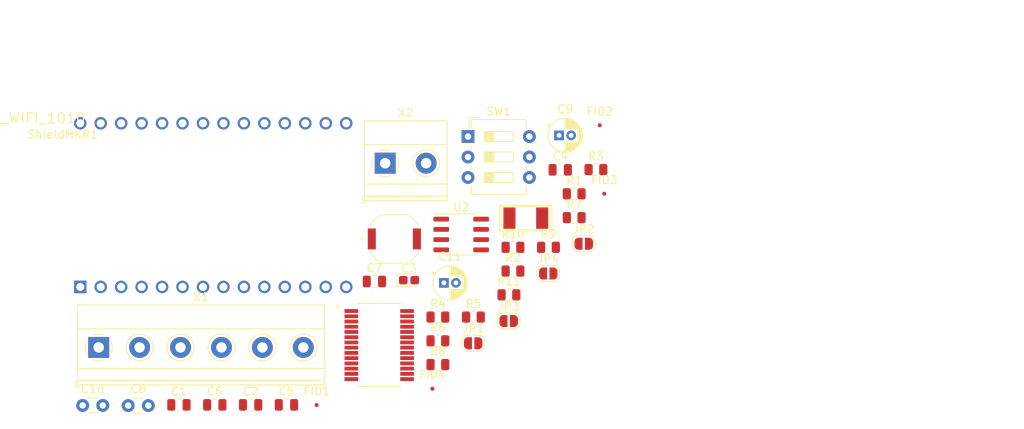
<source format=kicad_pcb>
(kicad_pcb (version 20171130) (host pcbnew "(5.1.9)-1")

  (general
    (thickness 1.6)
    (drawings 1)
    (tracks 0)
    (zones 0)
    (modules 38)
    (nets 56)
  )

  (page A4)
  (title_block
    (title "Shield RS485")
    (date 11/4/21)
    (rev A)
    (company "CESE UBA")
    (comment 1 "Ivan Szkrabko")
  )

  (layers
    (0 F.Cu signal)
    (31 B.Cu signal)
    (32 B.Adhes user)
    (33 F.Adhes user)
    (34 B.Paste user)
    (35 F.Paste user)
    (36 B.SilkS user)
    (37 F.SilkS user)
    (38 B.Mask user)
    (39 F.Mask user)
    (40 Dwgs.User user)
    (41 Cmts.User user)
    (42 Eco1.User user)
    (43 Eco2.User user)
    (44 Edge.Cuts user)
    (45 Margin user)
    (46 B.CrtYd user)
    (47 F.CrtYd user)
    (48 B.Fab user)
    (49 F.Fab user)
  )

  (setup
    (last_trace_width 0.8)
    (user_trace_width 0.8)
    (trace_clearance 0.8)
    (zone_clearance 0.508)
    (zone_45_only no)
    (trace_min 0.2)
    (via_size 0.8)
    (via_drill 0.4)
    (via_min_size 0.4)
    (via_min_drill 0.3)
    (user_via 1.6 0.8)
    (uvia_size 0.3)
    (uvia_drill 0.1)
    (uvias_allowed no)
    (uvia_min_size 0.2)
    (uvia_min_drill 0.1)
    (edge_width 0.05)
    (segment_width 0.2)
    (pcb_text_width 0.3)
    (pcb_text_size 1.5 1.5)
    (mod_edge_width 0.12)
    (mod_text_size 1 1)
    (mod_text_width 0.15)
    (pad_size 1.524 1.524)
    (pad_drill 0.762)
    (pad_to_mask_clearance 0)
    (aux_axis_origin 0 0)
    (visible_elements 7FFFFFFF)
    (pcbplotparams
      (layerselection 0x010fc_ffffffff)
      (usegerberextensions false)
      (usegerberattributes true)
      (usegerberadvancedattributes true)
      (creategerberjobfile true)
      (excludeedgelayer true)
      (linewidth 0.100000)
      (plotframeref false)
      (viasonmask false)
      (mode 1)
      (useauxorigin false)
      (hpglpennumber 1)
      (hpglpenspeed 20)
      (hpglpendiameter 15.000000)
      (psnegative false)
      (psa4output false)
      (plotreference true)
      (plotvalue true)
      (plotinvisibletext false)
      (padsonsilk false)
      (subtractmaskfromsilk false)
      (outputformat 1)
      (mirror false)
      (drillshape 1)
      (scaleselection 1)
      (outputdirectory ""))
  )

  (net 0 "")
  (net 1 GND)
  (net 2 +5V)
  (net 3 /ISOGND)
  (net 4 /ISOVCC)
  (net 5 "Net-(C4-Pad2)")
  (net 6 "Net-(C4-Pad1)")
  (net 7 "Net-(C5-Pad2)")
  (net 8 "Net-(C5-Pad1)")
  (net 9 "Net-(C6-Pad1)")
  (net 10 "Net-(C7-Pad1)")
  (net 11 "Net-(C8-Pad1)")
  (net 12 "Net-(C9-Pad1)")
  (net 13 "Net-(C10-Pad2)")
  (net 14 "Net-(C10-Pad1)")
  (net 15 VS)
  (net 16 /A5_jmp)
  (net 17 /A5)
  (net 18 /A6_jmp)
  (net 19 /A6)
  (net 20 /7_jmp)
  (net 21 /7)
  (net 22 /6_jmp)
  (net 23 /6)
  (net 24 "Net-(R1-Pad2)")
  (net 25 /B)
  (net 26 /H_#F)
  (net 27 /RX)
  (net 28 "Net-(R3-Pad1)")
  (net 29 "Net-(R5-Pad2)")
  (net 30 +3V3)
  (net 31 /U2_FB)
  (net 32 /Y)
  (net 33 "Net-(ShieldMKR1-Pad24)")
  (net 34 /TX)
  (net 35 "Net-(ShieldMKR1-Pad21)")
  (net 36 "Net-(ShieldMKR1-Pad20)")
  (net 37 "Net-(ShieldMKR1-Pad19)")
  (net 38 "Net-(ShieldMKR1-Pad18)")
  (net 39 "Net-(ShieldMKR1-Pad17)")
  (net 40 "Net-(ShieldMKR1-Pad14)")
  (net 41 "Net-(ShieldMKR1-Pad13)")
  (net 42 "Net-(ShieldMKR1-Pad12)")
  (net 43 "Net-(ShieldMKR1-Pad11)")
  (net 44 "Net-(ShieldMKR1-Pad10)")
  (net 45 "Net-(ShieldMKR1-Pad9)")
  (net 46 "Net-(ShieldMKR1-Pad6)")
  (net 47 "Net-(ShieldMKR1-Pad5)")
  (net 48 "Net-(ShieldMKR1-Pad4)")
  (net 49 "Net-(ShieldMKR1-Pad3)")
  (net 50 "Net-(ShieldMKR1-Pad2)")
  (net 51 "Net-(ShieldMKR1-Pad1)")
  (net 52 /A)
  (net 53 /Z)
  (net 54 "Net-(U2-Pad3)")
  (net 55 "Net-(R2-Pad2)")

  (net_class Default "This is the default net class."
    (clearance 0.8)
    (trace_width 0.8)
    (via_dia 0.8)
    (via_drill 0.4)
    (uvia_dia 0.3)
    (uvia_drill 0.1)
    (add_net +3V3)
    (add_net +5V)
    (add_net /6)
    (add_net /6_jmp)
    (add_net /7)
    (add_net /7_jmp)
    (add_net /A)
    (add_net /A5)
    (add_net /A5_jmp)
    (add_net /A6)
    (add_net /A6_jmp)
    (add_net /B)
    (add_net /H_#F)
    (add_net /ISOGND)
    (add_net /ISOVCC)
    (add_net /RX)
    (add_net /TX)
    (add_net /U2_FB)
    (add_net /Y)
    (add_net /Z)
    (add_net GND)
    (add_net "Net-(C10-Pad1)")
    (add_net "Net-(C10-Pad2)")
    (add_net "Net-(C4-Pad1)")
    (add_net "Net-(C4-Pad2)")
    (add_net "Net-(C5-Pad1)")
    (add_net "Net-(C5-Pad2)")
    (add_net "Net-(C6-Pad1)")
    (add_net "Net-(C7-Pad1)")
    (add_net "Net-(C8-Pad1)")
    (add_net "Net-(C9-Pad1)")
    (add_net "Net-(R1-Pad2)")
    (add_net "Net-(R2-Pad2)")
    (add_net "Net-(R3-Pad1)")
    (add_net "Net-(R5-Pad2)")
    (add_net "Net-(ShieldMKR1-Pad1)")
    (add_net "Net-(ShieldMKR1-Pad10)")
    (add_net "Net-(ShieldMKR1-Pad11)")
    (add_net "Net-(ShieldMKR1-Pad12)")
    (add_net "Net-(ShieldMKR1-Pad13)")
    (add_net "Net-(ShieldMKR1-Pad14)")
    (add_net "Net-(ShieldMKR1-Pad17)")
    (add_net "Net-(ShieldMKR1-Pad18)")
    (add_net "Net-(ShieldMKR1-Pad19)")
    (add_net "Net-(ShieldMKR1-Pad2)")
    (add_net "Net-(ShieldMKR1-Pad20)")
    (add_net "Net-(ShieldMKR1-Pad21)")
    (add_net "Net-(ShieldMKR1-Pad24)")
    (add_net "Net-(ShieldMKR1-Pad3)")
    (add_net "Net-(ShieldMKR1-Pad4)")
    (add_net "Net-(ShieldMKR1-Pad5)")
    (add_net "Net-(ShieldMKR1-Pad6)")
    (add_net "Net-(ShieldMKR1-Pad9)")
    (add_net "Net-(U2-Pad3)")
    (add_net VS)
  )

  (module TerminalBlock_Phoenix:TerminalBlock_Phoenix_MKDS-1,5-2-5.08_1x02_P5.08mm_Horizontal (layer F.Cu) (tedit 5B294EBC) (tstamp 60758AD4)
    (at 156.61 81)
    (descr "Terminal Block Phoenix MKDS-1,5-2-5.08, 2 pins, pitch 5.08mm, size 10.2x9.8mm^2, drill diamater 1.3mm, pad diameter 2.6mm, see http://www.farnell.com/datasheets/100425.pdf, script-generated using https://github.com/pointhi/kicad-footprint-generator/scripts/TerminalBlock_Phoenix")
    (tags "THT Terminal Block Phoenix MKDS-1,5-2-5.08 pitch 5.08mm size 10.2x9.8mm^2 drill 1.3mm pad 2.6mm")
    (path /607D2105)
    (fp_text reference X2 (at 2.54 -6.26) (layer F.SilkS)
      (effects (font (size 1 1) (thickness 0.15)))
    )
    (fp_text value Screw_Terminal_01x02 (at 2.54 5.66) (layer F.Fab)
      (effects (font (size 1 1) (thickness 0.15)))
    )
    (fp_text user %R (at 2.54 3.2) (layer F.Fab)
      (effects (font (size 1 1) (thickness 0.15)))
    )
    (fp_arc (start 0 0) (end -0.684 1.535) (angle -25) (layer F.SilkS) (width 0.12))
    (fp_arc (start 0 0) (end -1.535 -0.684) (angle -48) (layer F.SilkS) (width 0.12))
    (fp_arc (start 0 0) (end 0.684 -1.535) (angle -48) (layer F.SilkS) (width 0.12))
    (fp_arc (start 0 0) (end 1.535 0.684) (angle -48) (layer F.SilkS) (width 0.12))
    (fp_arc (start 0 0) (end 0 1.68) (angle -24) (layer F.SilkS) (width 0.12))
    (fp_circle (center 0 0) (end 1.5 0) (layer F.Fab) (width 0.1))
    (fp_circle (center 5.08 0) (end 6.58 0) (layer F.Fab) (width 0.1))
    (fp_circle (center 5.08 0) (end 6.76 0) (layer F.SilkS) (width 0.12))
    (fp_line (start -2.54 -5.2) (end 7.62 -5.2) (layer F.Fab) (width 0.1))
    (fp_line (start 7.62 -5.2) (end 7.62 4.6) (layer F.Fab) (width 0.1))
    (fp_line (start 7.62 4.6) (end -2.04 4.6) (layer F.Fab) (width 0.1))
    (fp_line (start -2.04 4.6) (end -2.54 4.1) (layer F.Fab) (width 0.1))
    (fp_line (start -2.54 4.1) (end -2.54 -5.2) (layer F.Fab) (width 0.1))
    (fp_line (start -2.54 4.1) (end 7.62 4.1) (layer F.Fab) (width 0.1))
    (fp_line (start -2.6 4.1) (end 7.68 4.1) (layer F.SilkS) (width 0.12))
    (fp_line (start -2.54 2.6) (end 7.62 2.6) (layer F.Fab) (width 0.1))
    (fp_line (start -2.6 2.6) (end 7.68 2.6) (layer F.SilkS) (width 0.12))
    (fp_line (start -2.54 -2.3) (end 7.62 -2.3) (layer F.Fab) (width 0.1))
    (fp_line (start -2.6 -2.301) (end 7.68 -2.301) (layer F.SilkS) (width 0.12))
    (fp_line (start -2.6 -5.261) (end 7.68 -5.261) (layer F.SilkS) (width 0.12))
    (fp_line (start -2.6 4.66) (end 7.68 4.66) (layer F.SilkS) (width 0.12))
    (fp_line (start -2.6 -5.261) (end -2.6 4.66) (layer F.SilkS) (width 0.12))
    (fp_line (start 7.68 -5.261) (end 7.68 4.66) (layer F.SilkS) (width 0.12))
    (fp_line (start 1.138 -0.955) (end -0.955 1.138) (layer F.Fab) (width 0.1))
    (fp_line (start 0.955 -1.138) (end -1.138 0.955) (layer F.Fab) (width 0.1))
    (fp_line (start 6.218 -0.955) (end 4.126 1.138) (layer F.Fab) (width 0.1))
    (fp_line (start 6.035 -1.138) (end 3.943 0.955) (layer F.Fab) (width 0.1))
    (fp_line (start 6.355 -1.069) (end 6.308 -1.023) (layer F.SilkS) (width 0.12))
    (fp_line (start 4.046 1.239) (end 4.011 1.274) (layer F.SilkS) (width 0.12))
    (fp_line (start 6.15 -1.275) (end 6.115 -1.239) (layer F.SilkS) (width 0.12))
    (fp_line (start 3.853 1.023) (end 3.806 1.069) (layer F.SilkS) (width 0.12))
    (fp_line (start -2.84 4.16) (end -2.84 4.9) (layer F.SilkS) (width 0.12))
    (fp_line (start -2.84 4.9) (end -2.34 4.9) (layer F.SilkS) (width 0.12))
    (fp_line (start -3.04 -5.71) (end -3.04 5.1) (layer F.CrtYd) (width 0.05))
    (fp_line (start -3.04 5.1) (end 8.13 5.1) (layer F.CrtYd) (width 0.05))
    (fp_line (start 8.13 5.1) (end 8.13 -5.71) (layer F.CrtYd) (width 0.05))
    (fp_line (start 8.13 -5.71) (end -3.04 -5.71) (layer F.CrtYd) (width 0.05))
    (pad 2 thru_hole circle (at 5.08 0) (size 2.6 2.6) (drill 1.3) (layers *.Cu *.Mask)
      (net 12 "Net-(C9-Pad1)"))
    (pad 1 thru_hole rect (at 0 0) (size 2.6 2.6) (drill 1.3) (layers *.Cu *.Mask)
      (net 1 GND))
    (model ${KISYS3DMOD}/TerminalBlock_Phoenix.3dshapes/TerminalBlock_Phoenix_MKDS-1,5-2-5.08_1x02_P5.08mm_Horizontal.wrl
      (at (xyz 0 0 0))
      (scale (xyz 1 1 1))
      (rotate (xyz 0 0 0))
    )
  )

  (module TerminalBlock_Phoenix:TerminalBlock_Phoenix_MKDS-1,5-6-5.08_1x06_P5.08mm_Horizontal (layer F.Cu) (tedit 5B294EBE) (tstamp 60758960)
    (at 121.04 103.87)
    (descr "Terminal Block Phoenix MKDS-1,5-6-5.08, 6 pins, pitch 5.08mm, size 30.5x9.8mm^2, drill diamater 1.3mm, pad diameter 2.6mm, see http://www.farnell.com/datasheets/100425.pdf, script-generated using https://github.com/pointhi/kicad-footprint-generator/scripts/TerminalBlock_Phoenix")
    (tags "THT Terminal Block Phoenix MKDS-1,5-6-5.08 pitch 5.08mm size 30.5x9.8mm^2 drill 1.3mm pad 2.6mm")
    (path /607D4005)
    (fp_text reference X1 (at 12.7 -6.26) (layer F.SilkS)
      (effects (font (size 1 1) (thickness 0.15)))
    )
    (fp_text value Screw_Terminal_01x06 (at 12.7 5.66) (layer F.Fab)
      (effects (font (size 1 1) (thickness 0.15)))
    )
    (fp_text user %R (at 12.7 3.2) (layer F.Fab)
      (effects (font (size 1 1) (thickness 0.15)))
    )
    (fp_arc (start 0 0) (end -0.684 1.535) (angle -25) (layer F.SilkS) (width 0.12))
    (fp_arc (start 0 0) (end -1.535 -0.684) (angle -48) (layer F.SilkS) (width 0.12))
    (fp_arc (start 0 0) (end 0.684 -1.535) (angle -48) (layer F.SilkS) (width 0.12))
    (fp_arc (start 0 0) (end 1.535 0.684) (angle -48) (layer F.SilkS) (width 0.12))
    (fp_arc (start 0 0) (end 0 1.68) (angle -24) (layer F.SilkS) (width 0.12))
    (fp_circle (center 0 0) (end 1.5 0) (layer F.Fab) (width 0.1))
    (fp_circle (center 5.08 0) (end 6.58 0) (layer F.Fab) (width 0.1))
    (fp_circle (center 5.08 0) (end 6.76 0) (layer F.SilkS) (width 0.12))
    (fp_circle (center 10.16 0) (end 11.66 0) (layer F.Fab) (width 0.1))
    (fp_circle (center 10.16 0) (end 11.84 0) (layer F.SilkS) (width 0.12))
    (fp_circle (center 15.24 0) (end 16.74 0) (layer F.Fab) (width 0.1))
    (fp_circle (center 15.24 0) (end 16.92 0) (layer F.SilkS) (width 0.12))
    (fp_circle (center 20.32 0) (end 21.82 0) (layer F.Fab) (width 0.1))
    (fp_circle (center 20.32 0) (end 22 0) (layer F.SilkS) (width 0.12))
    (fp_circle (center 25.4 0) (end 26.9 0) (layer F.Fab) (width 0.1))
    (fp_circle (center 25.4 0) (end 27.08 0) (layer F.SilkS) (width 0.12))
    (fp_line (start -2.54 -5.2) (end 27.94 -5.2) (layer F.Fab) (width 0.1))
    (fp_line (start 27.94 -5.2) (end 27.94 4.6) (layer F.Fab) (width 0.1))
    (fp_line (start 27.94 4.6) (end -2.04 4.6) (layer F.Fab) (width 0.1))
    (fp_line (start -2.04 4.6) (end -2.54 4.1) (layer F.Fab) (width 0.1))
    (fp_line (start -2.54 4.1) (end -2.54 -5.2) (layer F.Fab) (width 0.1))
    (fp_line (start -2.54 4.1) (end 27.94 4.1) (layer F.Fab) (width 0.1))
    (fp_line (start -2.6 4.1) (end 28 4.1) (layer F.SilkS) (width 0.12))
    (fp_line (start -2.54 2.6) (end 27.94 2.6) (layer F.Fab) (width 0.1))
    (fp_line (start -2.6 2.6) (end 28 2.6) (layer F.SilkS) (width 0.12))
    (fp_line (start -2.54 -2.3) (end 27.94 -2.3) (layer F.Fab) (width 0.1))
    (fp_line (start -2.6 -2.301) (end 28 -2.301) (layer F.SilkS) (width 0.12))
    (fp_line (start -2.6 -5.261) (end 28 -5.261) (layer F.SilkS) (width 0.12))
    (fp_line (start -2.6 4.66) (end 28 4.66) (layer F.SilkS) (width 0.12))
    (fp_line (start -2.6 -5.261) (end -2.6 4.66) (layer F.SilkS) (width 0.12))
    (fp_line (start 28 -5.261) (end 28 4.66) (layer F.SilkS) (width 0.12))
    (fp_line (start 1.138 -0.955) (end -0.955 1.138) (layer F.Fab) (width 0.1))
    (fp_line (start 0.955 -1.138) (end -1.138 0.955) (layer F.Fab) (width 0.1))
    (fp_line (start 6.218 -0.955) (end 4.126 1.138) (layer F.Fab) (width 0.1))
    (fp_line (start 6.035 -1.138) (end 3.943 0.955) (layer F.Fab) (width 0.1))
    (fp_line (start 6.355 -1.069) (end 6.308 -1.023) (layer F.SilkS) (width 0.12))
    (fp_line (start 4.046 1.239) (end 4.011 1.274) (layer F.SilkS) (width 0.12))
    (fp_line (start 6.15 -1.275) (end 6.115 -1.239) (layer F.SilkS) (width 0.12))
    (fp_line (start 3.853 1.023) (end 3.806 1.069) (layer F.SilkS) (width 0.12))
    (fp_line (start 11.298 -0.955) (end 9.206 1.138) (layer F.Fab) (width 0.1))
    (fp_line (start 11.115 -1.138) (end 9.023 0.955) (layer F.Fab) (width 0.1))
    (fp_line (start 11.435 -1.069) (end 11.388 -1.023) (layer F.SilkS) (width 0.12))
    (fp_line (start 9.126 1.239) (end 9.091 1.274) (layer F.SilkS) (width 0.12))
    (fp_line (start 11.23 -1.275) (end 11.195 -1.239) (layer F.SilkS) (width 0.12))
    (fp_line (start 8.933 1.023) (end 8.886 1.069) (layer F.SilkS) (width 0.12))
    (fp_line (start 16.378 -0.955) (end 14.286 1.138) (layer F.Fab) (width 0.1))
    (fp_line (start 16.195 -1.138) (end 14.103 0.955) (layer F.Fab) (width 0.1))
    (fp_line (start 16.515 -1.069) (end 16.468 -1.023) (layer F.SilkS) (width 0.12))
    (fp_line (start 14.206 1.239) (end 14.171 1.274) (layer F.SilkS) (width 0.12))
    (fp_line (start 16.31 -1.275) (end 16.275 -1.239) (layer F.SilkS) (width 0.12))
    (fp_line (start 14.013 1.023) (end 13.966 1.069) (layer F.SilkS) (width 0.12))
    (fp_line (start 21.458 -0.955) (end 19.366 1.138) (layer F.Fab) (width 0.1))
    (fp_line (start 21.275 -1.138) (end 19.183 0.955) (layer F.Fab) (width 0.1))
    (fp_line (start 21.595 -1.069) (end 21.548 -1.023) (layer F.SilkS) (width 0.12))
    (fp_line (start 19.286 1.239) (end 19.251 1.274) (layer F.SilkS) (width 0.12))
    (fp_line (start 21.39 -1.275) (end 21.355 -1.239) (layer F.SilkS) (width 0.12))
    (fp_line (start 19.093 1.023) (end 19.046 1.069) (layer F.SilkS) (width 0.12))
    (fp_line (start 26.538 -0.955) (end 24.446 1.138) (layer F.Fab) (width 0.1))
    (fp_line (start 26.355 -1.138) (end 24.263 0.955) (layer F.Fab) (width 0.1))
    (fp_line (start 26.675 -1.069) (end 26.628 -1.023) (layer F.SilkS) (width 0.12))
    (fp_line (start 24.366 1.239) (end 24.331 1.274) (layer F.SilkS) (width 0.12))
    (fp_line (start 26.47 -1.275) (end 26.435 -1.239) (layer F.SilkS) (width 0.12))
    (fp_line (start 24.173 1.023) (end 24.126 1.069) (layer F.SilkS) (width 0.12))
    (fp_line (start -2.84 4.16) (end -2.84 4.9) (layer F.SilkS) (width 0.12))
    (fp_line (start -2.84 4.9) (end -2.34 4.9) (layer F.SilkS) (width 0.12))
    (fp_line (start -3.04 -5.71) (end -3.04 5.1) (layer F.CrtYd) (width 0.05))
    (fp_line (start -3.04 5.1) (end 28.44 5.1) (layer F.CrtYd) (width 0.05))
    (fp_line (start 28.44 5.1) (end 28.44 -5.71) (layer F.CrtYd) (width 0.05))
    (fp_line (start 28.44 -5.71) (end -3.04 -5.71) (layer F.CrtYd) (width 0.05))
    (pad 6 thru_hole circle (at 25.4 0) (size 2.6 2.6) (drill 1.3) (layers *.Cu *.Mask)
      (net 4 /ISOVCC))
    (pad 5 thru_hole circle (at 20.32 0) (size 2.6 2.6) (drill 1.3) (layers *.Cu *.Mask)
      (net 53 /Z))
    (pad 4 thru_hole circle (at 15.24 0) (size 2.6 2.6) (drill 1.3) (layers *.Cu *.Mask)
      (net 32 /Y))
    (pad 3 thru_hole circle (at 10.16 0) (size 2.6 2.6) (drill 1.3) (layers *.Cu *.Mask)
      (net 25 /B))
    (pad 2 thru_hole circle (at 5.08 0) (size 2.6 2.6) (drill 1.3) (layers *.Cu *.Mask)
      (net 52 /A))
    (pad 1 thru_hole rect (at 0 0) (size 2.6 2.6) (drill 1.3) (layers *.Cu *.Mask)
      (net 3 /ISOGND))
    (model ${KISYS3DMOD}/TerminalBlock_Phoenix.3dshapes/TerminalBlock_Phoenix_MKDS-1,5-6-5.08_1x06_P5.08mm_Horizontal.wrl
      (at (xyz 0 0 0))
      (scale (xyz 1 1 1))
      (rotate (xyz 0 0 0))
    )
  )

  (module Package_SO:SOIC-8_3.9x4.9mm_P1.27mm (layer F.Cu) (tedit 5D9F72B1) (tstamp 60759026)
    (at 166.04 89.85)
    (descr "SOIC, 8 Pin (JEDEC MS-012AA, https://www.analog.com/media/en/package-pcb-resources/package/pkg_pdf/soic_narrow-r/r_8.pdf), generated with kicad-footprint-generator ipc_gullwing_generator.py")
    (tags "SOIC SO")
    (path /6059385A)
    (attr smd)
    (fp_text reference U2 (at 0 -3.4) (layer F.SilkS)
      (effects (font (size 1 1) (thickness 0.15)))
    )
    (fp_text value TPS54232 (at 0 3.4) (layer F.Fab)
      (effects (font (size 1 1) (thickness 0.15)))
    )
    (fp_text user %R (at 0 0) (layer F.Fab)
      (effects (font (size 0.98 0.98) (thickness 0.15)))
    )
    (fp_line (start 0 2.56) (end 1.95 2.56) (layer F.SilkS) (width 0.12))
    (fp_line (start 0 2.56) (end -1.95 2.56) (layer F.SilkS) (width 0.12))
    (fp_line (start 0 -2.56) (end 1.95 -2.56) (layer F.SilkS) (width 0.12))
    (fp_line (start 0 -2.56) (end -3.45 -2.56) (layer F.SilkS) (width 0.12))
    (fp_line (start -0.975 -2.45) (end 1.95 -2.45) (layer F.Fab) (width 0.1))
    (fp_line (start 1.95 -2.45) (end 1.95 2.45) (layer F.Fab) (width 0.1))
    (fp_line (start 1.95 2.45) (end -1.95 2.45) (layer F.Fab) (width 0.1))
    (fp_line (start -1.95 2.45) (end -1.95 -1.475) (layer F.Fab) (width 0.1))
    (fp_line (start -1.95 -1.475) (end -0.975 -2.45) (layer F.Fab) (width 0.1))
    (fp_line (start -3.7 -2.7) (end -3.7 2.7) (layer F.CrtYd) (width 0.05))
    (fp_line (start -3.7 2.7) (end 3.7 2.7) (layer F.CrtYd) (width 0.05))
    (fp_line (start 3.7 2.7) (end 3.7 -2.7) (layer F.CrtYd) (width 0.05))
    (fp_line (start 3.7 -2.7) (end -3.7 -2.7) (layer F.CrtYd) (width 0.05))
    (pad 8 smd roundrect (at 2.475 -1.905) (size 1.95 0.6) (layers F.Cu F.Paste F.Mask) (roundrect_rratio 0.25)
      (net 13 "Net-(C10-Pad2)"))
    (pad 7 smd roundrect (at 2.475 -0.635) (size 1.95 0.6) (layers F.Cu F.Paste F.Mask) (roundrect_rratio 0.25)
      (net 1 GND))
    (pad 6 smd roundrect (at 2.475 0.635) (size 1.95 0.6) (layers F.Cu F.Paste F.Mask) (roundrect_rratio 0.25)
      (net 11 "Net-(C8-Pad1)"))
    (pad 5 smd roundrect (at 2.475 1.905) (size 1.95 0.6) (layers F.Cu F.Paste F.Mask) (roundrect_rratio 0.25)
      (net 31 /U2_FB))
    (pad 4 smd roundrect (at -2.475 1.905) (size 1.95 0.6) (layers F.Cu F.Paste F.Mask) (roundrect_rratio 0.25)
      (net 9 "Net-(C6-Pad1)"))
    (pad 3 smd roundrect (at -2.475 0.635) (size 1.95 0.6) (layers F.Cu F.Paste F.Mask) (roundrect_rratio 0.25)
      (net 54 "Net-(U2-Pad3)"))
    (pad 2 smd roundrect (at -2.475 -0.635) (size 1.95 0.6) (layers F.Cu F.Paste F.Mask) (roundrect_rratio 0.25)
      (net 12 "Net-(C9-Pad1)"))
    (pad 1 smd roundrect (at -2.475 -1.905) (size 1.95 0.6) (layers F.Cu F.Paste F.Mask) (roundrect_rratio 0.25)
      (net 14 "Net-(C10-Pad1)"))
    (model ${KISYS3DMOD}/Package_SO.3dshapes/SOIC-8_3.9x4.9mm_P1.27mm.wrl
      (at (xyz 0 0 0))
      (scale (xyz 1 1 1))
      (rotate (xyz 0 0 0))
    )
  )

  (module MAX3157:SOP65P777X199-28N (layer F.Cu) (tedit 607373B3) (tstamp 60758B55)
    (at 155.865 103.575)
    (path /60756909)
    (fp_text reference U1 (at -1.215 -5.977) (layer F.SilkS)
      (effects (font (size 1 1) (thickness 0.015)))
    )
    (fp_text value MAX3157CAI+ (at 6.405 5.977) (layer F.Fab)
      (effects (font (size 1 1) (thickness 0.015)))
    )
    (fp_line (start 4.56 -5.415) (end 4.56 5.415) (layer F.CrtYd) (width 0.05))
    (fp_line (start -4.56 -5.415) (end -4.56 5.415) (layer F.CrtYd) (width 0.05))
    (fp_line (start -4.56 5.415) (end 4.56 5.415) (layer F.CrtYd) (width 0.05))
    (fp_line (start -4.56 -5.415) (end 4.56 -5.415) (layer F.CrtYd) (width 0.05))
    (fp_line (start 2.69 -5.165) (end 2.69 5.165) (layer F.Fab) (width 0.127))
    (fp_line (start -2.69 -5.165) (end -2.69 5.165) (layer F.Fab) (width 0.127))
    (fp_line (start -2.69 5.165) (end 2.69 5.165) (layer F.SilkS) (width 0.127))
    (fp_line (start -2.69 -5.165) (end 2.69 -5.165) (layer F.SilkS) (width 0.127))
    (fp_line (start -2.69 5.165) (end 2.69 5.165) (layer F.Fab) (width 0.127))
    (fp_line (start -2.69 -5.165) (end 2.69 -5.165) (layer F.Fab) (width 0.127))
    (fp_circle (center -5.16 -4.705) (end -5.06 -4.705) (layer F.Fab) (width 0.2))
    (fp_circle (center -5.16 -4.705) (end -5.06 -4.705) (layer F.SilkS) (width 0.2))
    (pad 28 smd rect (at 3.46 -4.225) (size 1.7 0.48) (layers F.Cu F.Paste F.Mask)
      (net 2 +5V))
    (pad 27 smd rect (at 3.46 -3.575) (size 1.7 0.48) (layers F.Cu F.Paste F.Mask)
      (net 22 /6_jmp))
    (pad 26 smd rect (at 3.46 -2.925) (size 1.7 0.48) (layers F.Cu F.Paste F.Mask)
      (net 20 /7_jmp))
    (pad 25 smd rect (at 3.46 -2.275) (size 1.7 0.48) (layers F.Cu F.Paste F.Mask)
      (net 1 GND))
    (pad 24 smd rect (at 3.46 -1.625) (size 1.7 0.48) (layers F.Cu F.Paste F.Mask)
      (net 8 "Net-(C5-Pad1)"))
    (pad 23 smd rect (at 3.46 -0.975) (size 1.7 0.48) (layers F.Cu F.Paste F.Mask))
    (pad 22 smd rect (at 3.46 -0.325) (size 1.7 0.48) (layers F.Cu F.Paste F.Mask))
    (pad 21 smd rect (at 3.46 0.325) (size 1.7 0.48) (layers F.Cu F.Paste F.Mask)
      (net 7 "Net-(C5-Pad2)"))
    (pad 20 smd rect (at 3.46 0.975) (size 1.7 0.48) (layers F.Cu F.Paste F.Mask)
      (net 3 /ISOGND))
    (pad 19 smd rect (at 3.46 1.625) (size 1.7 0.48) (layers F.Cu F.Paste F.Mask)
      (net 3 /ISOGND))
    (pad 18 smd rect (at 3.46 2.275) (size 1.7 0.48) (layers F.Cu F.Paste F.Mask)
      (net 52 /A))
    (pad 17 smd rect (at 3.46 2.925) (size 1.7 0.48) (layers F.Cu F.Paste F.Mask)
      (net 25 /B))
    (pad 16 smd rect (at 3.46 3.575) (size 1.7 0.48) (layers F.Cu F.Paste F.Mask)
      (net 32 /Y))
    (pad 15 smd rect (at 3.46 4.225) (size 1.7 0.48) (layers F.Cu F.Paste F.Mask)
      (net 53 /Z))
    (pad 14 smd rect (at -3.46 4.225) (size 1.7 0.48) (layers F.Cu F.Paste F.Mask)
      (net 3 /ISOGND))
    (pad 13 smd rect (at -3.46 3.575) (size 1.7 0.48) (layers F.Cu F.Paste F.Mask)
      (net 3 /ISOGND))
    (pad 12 smd rect (at -3.46 2.925) (size 1.7 0.48) (layers F.Cu F.Paste F.Mask))
    (pad 11 smd rect (at -3.46 2.275) (size 1.7 0.48) (layers F.Cu F.Paste F.Mask)
      (net 3 /ISOGND))
    (pad 10 smd rect (at -3.46 1.625) (size 1.7 0.48) (layers F.Cu F.Paste F.Mask)
      (net 26 /H_#F))
    (pad 9 smd rect (at -3.46 0.975) (size 1.7 0.48) (layers F.Cu F.Paste F.Mask)
      (net 4 /ISOVCC))
    (pad 8 smd rect (at -3.46 0.325) (size 1.7 0.48) (layers F.Cu F.Paste F.Mask)
      (net 6 "Net-(C4-Pad1)"))
    (pad 7 smd rect (at -3.46 -0.325) (size 1.7 0.48) (layers F.Cu F.Paste F.Mask))
    (pad 6 smd rect (at -3.46 -0.975) (size 1.7 0.48) (layers F.Cu F.Paste F.Mask))
    (pad 5 smd rect (at -3.46 -1.625) (size 1.7 0.48) (layers F.Cu F.Paste F.Mask)
      (net 5 "Net-(C4-Pad2)"))
    (pad 4 smd rect (at -3.46 -2.275) (size 1.7 0.48) (layers F.Cu F.Paste F.Mask)
      (net 34 /TX))
    (pad 3 smd rect (at -3.46 -2.925) (size 1.7 0.48) (layers F.Cu F.Paste F.Mask)
      (net 18 /A6_jmp))
    (pad 2 smd rect (at -3.46 -3.575) (size 1.7 0.48) (layers F.Cu F.Paste F.Mask)
      (net 16 /A5_jmp))
    (pad 1 smd rect (at -3.46 -4.225) (size 1.7 0.48) (layers F.Cu F.Paste F.Mask)
      (net 28 "Net-(R3-Pad1)"))
    (model ${KIPRJMOD}/Librerias/MAX3157/MAX3157CAI_.step
      (at (xyz 0 0 0))
      (scale (xyz 1 1 1))
      (rotate (xyz -90 0 0))
    )
  )

  (module Button_Switch_THT:SW_DIP_SPSTx03_Slide_6.7x9.18mm_W7.62mm_P2.54mm_LowProfile (layer F.Cu) (tedit 5A4E1404) (tstamp 60758CEE)
    (at 166.89 77.69)
    (descr "3x-dip-switch SPST , Slide, row spacing 7.62 mm (300 mils), body size 6.7x9.18mm (see e.g. https://www.ctscorp.com/wp-content/uploads/209-210.pdf), LowProfile")
    (tags "DIP Switch SPST Slide 7.62mm 300mil LowProfile")
    (path /605D3E29)
    (fp_text reference SW1 (at 3.81 -3.11) (layer F.SilkS)
      (effects (font (size 1 1) (thickness 0.15)))
    )
    (fp_text value SW_DIP_x03 (at 3.81 8.19) (layer F.Fab)
      (effects (font (size 1 1) (thickness 0.15)))
    )
    (fp_text user on (at 4.485 -1.3425) (layer F.Fab)
      (effects (font (size 0.8 0.8) (thickness 0.12)))
    )
    (fp_text user %R (at 6.39 2.54 90) (layer F.Fab)
      (effects (font (size 0.8 0.8) (thickness 0.12)))
    )
    (fp_line (start 1.46 -2.05) (end 7.16 -2.05) (layer F.Fab) (width 0.1))
    (fp_line (start 7.16 -2.05) (end 7.16 7.13) (layer F.Fab) (width 0.1))
    (fp_line (start 7.16 7.13) (end 0.46 7.13) (layer F.Fab) (width 0.1))
    (fp_line (start 0.46 7.13) (end 0.46 -1.05) (layer F.Fab) (width 0.1))
    (fp_line (start 0.46 -1.05) (end 1.46 -2.05) (layer F.Fab) (width 0.1))
    (fp_line (start 2 -0.635) (end 2 0.635) (layer F.Fab) (width 0.1))
    (fp_line (start 2 0.635) (end 5.62 0.635) (layer F.Fab) (width 0.1))
    (fp_line (start 5.62 0.635) (end 5.62 -0.635) (layer F.Fab) (width 0.1))
    (fp_line (start 5.62 -0.635) (end 2 -0.635) (layer F.Fab) (width 0.1))
    (fp_line (start 2 -0.535) (end 3.206667 -0.535) (layer F.Fab) (width 0.1))
    (fp_line (start 2 -0.435) (end 3.206667 -0.435) (layer F.Fab) (width 0.1))
    (fp_line (start 2 -0.335) (end 3.206667 -0.335) (layer F.Fab) (width 0.1))
    (fp_line (start 2 -0.235) (end 3.206667 -0.235) (layer F.Fab) (width 0.1))
    (fp_line (start 2 -0.135) (end 3.206667 -0.135) (layer F.Fab) (width 0.1))
    (fp_line (start 2 -0.035) (end 3.206667 -0.035) (layer F.Fab) (width 0.1))
    (fp_line (start 2 0.065) (end 3.206667 0.065) (layer F.Fab) (width 0.1))
    (fp_line (start 2 0.165) (end 3.206667 0.165) (layer F.Fab) (width 0.1))
    (fp_line (start 2 0.265) (end 3.206667 0.265) (layer F.Fab) (width 0.1))
    (fp_line (start 2 0.365) (end 3.206667 0.365) (layer F.Fab) (width 0.1))
    (fp_line (start 2 0.465) (end 3.206667 0.465) (layer F.Fab) (width 0.1))
    (fp_line (start 2 0.565) (end 3.206667 0.565) (layer F.Fab) (width 0.1))
    (fp_line (start 3.206667 -0.635) (end 3.206667 0.635) (layer F.Fab) (width 0.1))
    (fp_line (start 2 1.905) (end 2 3.175) (layer F.Fab) (width 0.1))
    (fp_line (start 2 3.175) (end 5.62 3.175) (layer F.Fab) (width 0.1))
    (fp_line (start 5.62 3.175) (end 5.62 1.905) (layer F.Fab) (width 0.1))
    (fp_line (start 5.62 1.905) (end 2 1.905) (layer F.Fab) (width 0.1))
    (fp_line (start 2 2.005) (end 3.206667 2.005) (layer F.Fab) (width 0.1))
    (fp_line (start 2 2.105) (end 3.206667 2.105) (layer F.Fab) (width 0.1))
    (fp_line (start 2 2.205) (end 3.206667 2.205) (layer F.Fab) (width 0.1))
    (fp_line (start 2 2.305) (end 3.206667 2.305) (layer F.Fab) (width 0.1))
    (fp_line (start 2 2.405) (end 3.206667 2.405) (layer F.Fab) (width 0.1))
    (fp_line (start 2 2.505) (end 3.206667 2.505) (layer F.Fab) (width 0.1))
    (fp_line (start 2 2.605) (end 3.206667 2.605) (layer F.Fab) (width 0.1))
    (fp_line (start 2 2.705) (end 3.206667 2.705) (layer F.Fab) (width 0.1))
    (fp_line (start 2 2.805) (end 3.206667 2.805) (layer F.Fab) (width 0.1))
    (fp_line (start 2 2.905) (end 3.206667 2.905) (layer F.Fab) (width 0.1))
    (fp_line (start 2 3.005) (end 3.206667 3.005) (layer F.Fab) (width 0.1))
    (fp_line (start 2 3.105) (end 3.206667 3.105) (layer F.Fab) (width 0.1))
    (fp_line (start 3.206667 1.905) (end 3.206667 3.175) (layer F.Fab) (width 0.1))
    (fp_line (start 2 4.445) (end 2 5.715) (layer F.Fab) (width 0.1))
    (fp_line (start 2 5.715) (end 5.62 5.715) (layer F.Fab) (width 0.1))
    (fp_line (start 5.62 5.715) (end 5.62 4.445) (layer F.Fab) (width 0.1))
    (fp_line (start 5.62 4.445) (end 2 4.445) (layer F.Fab) (width 0.1))
    (fp_line (start 2 4.545) (end 3.206667 4.545) (layer F.Fab) (width 0.1))
    (fp_line (start 2 4.645) (end 3.206667 4.645) (layer F.Fab) (width 0.1))
    (fp_line (start 2 4.745) (end 3.206667 4.745) (layer F.Fab) (width 0.1))
    (fp_line (start 2 4.845) (end 3.206667 4.845) (layer F.Fab) (width 0.1))
    (fp_line (start 2 4.945) (end 3.206667 4.945) (layer F.Fab) (width 0.1))
    (fp_line (start 2 5.045) (end 3.206667 5.045) (layer F.Fab) (width 0.1))
    (fp_line (start 2 5.145) (end 3.206667 5.145) (layer F.Fab) (width 0.1))
    (fp_line (start 2 5.245) (end 3.206667 5.245) (layer F.Fab) (width 0.1))
    (fp_line (start 2 5.345) (end 3.206667 5.345) (layer F.Fab) (width 0.1))
    (fp_line (start 2 5.445) (end 3.206667 5.445) (layer F.Fab) (width 0.1))
    (fp_line (start 2 5.545) (end 3.206667 5.545) (layer F.Fab) (width 0.1))
    (fp_line (start 2 5.645) (end 3.206667 5.645) (layer F.Fab) (width 0.1))
    (fp_line (start 3.206667 4.445) (end 3.206667 5.715) (layer F.Fab) (width 0.1))
    (fp_line (start 0.4 -2.11) (end 7.221 -2.11) (layer F.SilkS) (width 0.12))
    (fp_line (start 0.4 7.19) (end 7.221 7.19) (layer F.SilkS) (width 0.12))
    (fp_line (start 0.4 -2.11) (end 0.4 -1.04) (layer F.SilkS) (width 0.12))
    (fp_line (start 0.4 1.04) (end 0.4 1.551) (layer F.SilkS) (width 0.12))
    (fp_line (start 0.4 3.53) (end 0.4 4.091) (layer F.SilkS) (width 0.12))
    (fp_line (start 0.4 6.07) (end 0.4 7.19) (layer F.SilkS) (width 0.12))
    (fp_line (start 7.221 6.07) (end 7.221 7.19) (layer F.SilkS) (width 0.12))
    (fp_line (start 7.221 3.53) (end 7.221 4.091) (layer F.SilkS) (width 0.12))
    (fp_line (start 7.221 -2.11) (end 7.221 -0.99) (layer F.SilkS) (width 0.12))
    (fp_line (start 7.221 0.99) (end 7.221 1.551) (layer F.SilkS) (width 0.12))
    (fp_line (start 0.16 -2.35) (end 1.543 -2.35) (layer F.SilkS) (width 0.12))
    (fp_line (start 0.16 -2.35) (end 0.16 -1.04) (layer F.SilkS) (width 0.12))
    (fp_line (start 2 -0.635) (end 2 0.635) (layer F.SilkS) (width 0.12))
    (fp_line (start 2 0.635) (end 5.62 0.635) (layer F.SilkS) (width 0.12))
    (fp_line (start 5.62 0.635) (end 5.62 -0.635) (layer F.SilkS) (width 0.12))
    (fp_line (start 5.62 -0.635) (end 2 -0.635) (layer F.SilkS) (width 0.12))
    (fp_line (start 2 -0.515) (end 3.206667 -0.515) (layer F.SilkS) (width 0.12))
    (fp_line (start 2 -0.395) (end 3.206667 -0.395) (layer F.SilkS) (width 0.12))
    (fp_line (start 2 -0.275) (end 3.206667 -0.275) (layer F.SilkS) (width 0.12))
    (fp_line (start 2 -0.155) (end 3.206667 -0.155) (layer F.SilkS) (width 0.12))
    (fp_line (start 2 -0.035) (end 3.206667 -0.035) (layer F.SilkS) (width 0.12))
    (fp_line (start 2 0.085) (end 3.206667 0.085) (layer F.SilkS) (width 0.12))
    (fp_line (start 2 0.205) (end 3.206667 0.205) (layer F.SilkS) (width 0.12))
    (fp_line (start 2 0.325) (end 3.206667 0.325) (layer F.SilkS) (width 0.12))
    (fp_line (start 2 0.445) (end 3.206667 0.445) (layer F.SilkS) (width 0.12))
    (fp_line (start 2 0.565) (end 3.206667 0.565) (layer F.SilkS) (width 0.12))
    (fp_line (start 3.206667 -0.635) (end 3.206667 0.635) (layer F.SilkS) (width 0.12))
    (fp_line (start 2 1.905) (end 2 3.175) (layer F.SilkS) (width 0.12))
    (fp_line (start 2 3.175) (end 5.62 3.175) (layer F.SilkS) (width 0.12))
    (fp_line (start 5.62 3.175) (end 5.62 1.905) (layer F.SilkS) (width 0.12))
    (fp_line (start 5.62 1.905) (end 2 1.905) (layer F.SilkS) (width 0.12))
    (fp_line (start 2 2.025) (end 3.206667 2.025) (layer F.SilkS) (width 0.12))
    (fp_line (start 2 2.145) (end 3.206667 2.145) (layer F.SilkS) (width 0.12))
    (fp_line (start 2 2.265) (end 3.206667 2.265) (layer F.SilkS) (width 0.12))
    (fp_line (start 2 2.385) (end 3.206667 2.385) (layer F.SilkS) (width 0.12))
    (fp_line (start 2 2.505) (end 3.206667 2.505) (layer F.SilkS) (width 0.12))
    (fp_line (start 2 2.625) (end 3.206667 2.625) (layer F.SilkS) (width 0.12))
    (fp_line (start 2 2.745) (end 3.206667 2.745) (layer F.SilkS) (width 0.12))
    (fp_line (start 2 2.865) (end 3.206667 2.865) (layer F.SilkS) (width 0.12))
    (fp_line (start 2 2.985) (end 3.206667 2.985) (layer F.SilkS) (width 0.12))
    (fp_line (start 2 3.105) (end 3.206667 3.105) (layer F.SilkS) (width 0.12))
    (fp_line (start 3.206667 1.905) (end 3.206667 3.175) (layer F.SilkS) (width 0.12))
    (fp_line (start 2 4.445) (end 2 5.715) (layer F.SilkS) (width 0.12))
    (fp_line (start 2 5.715) (end 5.62 5.715) (layer F.SilkS) (width 0.12))
    (fp_line (start 5.62 5.715) (end 5.62 4.445) (layer F.SilkS) (width 0.12))
    (fp_line (start 5.62 4.445) (end 2 4.445) (layer F.SilkS) (width 0.12))
    (fp_line (start 2 4.565) (end 3.206667 4.565) (layer F.SilkS) (width 0.12))
    (fp_line (start 2 4.685) (end 3.206667 4.685) (layer F.SilkS) (width 0.12))
    (fp_line (start 2 4.805) (end 3.206667 4.805) (layer F.SilkS) (width 0.12))
    (fp_line (start 2 4.925) (end 3.206667 4.925) (layer F.SilkS) (width 0.12))
    (fp_line (start 2 5.045) (end 3.206667 5.045) (layer F.SilkS) (width 0.12))
    (fp_line (start 2 5.165) (end 3.206667 5.165) (layer F.SilkS) (width 0.12))
    (fp_line (start 2 5.285) (end 3.206667 5.285) (layer F.SilkS) (width 0.12))
    (fp_line (start 2 5.405) (end 3.206667 5.405) (layer F.SilkS) (width 0.12))
    (fp_line (start 2 5.525) (end 3.206667 5.525) (layer F.SilkS) (width 0.12))
    (fp_line (start 2 5.645) (end 3.206667 5.645) (layer F.SilkS) (width 0.12))
    (fp_line (start 3.206667 4.445) (end 3.206667 5.715) (layer F.SilkS) (width 0.12))
    (fp_line (start -1.1 -2.4) (end -1.1 7.45) (layer F.CrtYd) (width 0.05))
    (fp_line (start -1.1 7.45) (end 8.7 7.45) (layer F.CrtYd) (width 0.05))
    (fp_line (start 8.7 7.45) (end 8.7 -2.4) (layer F.CrtYd) (width 0.05))
    (fp_line (start 8.7 -2.4) (end -1.1 -2.4) (layer F.CrtYd) (width 0.05))
    (pad 6 thru_hole oval (at 7.62 0) (size 1.6 1.6) (drill 0.8) (layers *.Cu *.Mask)
      (net 52 /A))
    (pad 3 thru_hole oval (at 0 5.08) (size 1.6 1.6) (drill 0.8) (layers *.Cu *.Mask)
      (net 55 "Net-(R2-Pad2)"))
    (pad 5 thru_hole oval (at 7.62 2.54) (size 1.6 1.6) (drill 0.8) (layers *.Cu *.Mask)
      (net 3 /ISOGND))
    (pad 2 thru_hole oval (at 0 2.54) (size 1.6 1.6) (drill 0.8) (layers *.Cu *.Mask)
      (net 26 /H_#F))
    (pad 4 thru_hole oval (at 7.62 5.08) (size 1.6 1.6) (drill 0.8) (layers *.Cu *.Mask)
      (net 53 /Z))
    (pad 1 thru_hole rect (at 0 0) (size 1.6 1.6) (drill 0.8) (layers *.Cu *.Mask)
      (net 24 "Net-(R1-Pad2)"))
    (model ${KISYS3DMOD}/Button_Switch_THT.3dshapes/SW_DIP_SPSTx03_Slide_6.7x9.18mm_W7.62mm_P2.54mm_LowProfile.wrl
      (at (xyz 0 0 0))
      (scale (xyz 1 1 1))
      (rotate (xyz 0 0 90))
    )
  )

  (module MKR:MKR_WIFI_1010_Shield (layer F.Cu) (tedit 607370F4) (tstamp 60758E0D)
    (at 126.719999 86.199999)
    (path /608F17CD)
    (fp_text reference ShieldMKR1 (at -14.605 -8.763 180) (layer F.SilkS)
      (effects (font (size 1 1) (thickness 0.15)) (justify left))
    )
    (fp_text value _WIFI_1010 (at -12.573 -10.795) (layer F.SilkS)
      (effects (font (size 1.27 1.27) (thickness 0.15)))
    )
    (pad 28 thru_hole circle (at -7.97 -10.16) (size 1.55 1.55) (drill 1) (layers *.Cu)
      (net 2 +5V))
    (pad 27 thru_hole circle (at -5.43 -10.16) (size 1.55 1.55) (drill 1) (layers *.Cu)
      (net 15 VS))
    (pad 26 thru_hole circle (at -2.89 -10.16) (size 1.55 1.55) (drill 1) (layers *.Cu)
      (net 30 +3V3))
    (pad 25 thru_hole circle (at -0.35 -10.16) (size 1.55 1.55) (drill 1) (layers *.Cu)
      (net 1 GND))
    (pad 24 thru_hole circle (at 2.19 -10.16) (size 1.55 1.55) (drill 1) (layers *.Cu)
      (net 33 "Net-(ShieldMKR1-Pad24)"))
    (pad 23 thru_hole circle (at 4.73 -10.16) (size 1.55 1.55) (drill 1) (layers *.Cu)
      (net 34 /TX))
    (pad 22 thru_hole circle (at 7.27 -10.16) (size 1.55 1.55) (drill 1) (layers *.Cu)
      (net 27 /RX))
    (pad 21 thru_hole circle (at 9.81 -10.16) (size 1.55 1.55) (drill 1) (layers *.Cu)
      (net 35 "Net-(ShieldMKR1-Pad21)"))
    (pad 20 thru_hole circle (at 12.35 -10.16) (size 1.55 1.55) (drill 1) (layers *.Cu)
      (net 36 "Net-(ShieldMKR1-Pad20)"))
    (pad 19 thru_hole circle (at 14.89 -10.16) (size 1.55 1.55) (drill 1) (layers *.Cu)
      (net 37 "Net-(ShieldMKR1-Pad19)"))
    (pad 18 thru_hole circle (at 17.43 -10.16) (size 1.55 1.55) (drill 1) (layers *.Cu)
      (net 38 "Net-(ShieldMKR1-Pad18)"))
    (pad 17 thru_hole circle (at 19.97 -10.16) (size 1.55 1.55) (drill 1) (layers *.Cu)
      (net 39 "Net-(ShieldMKR1-Pad17)"))
    (pad 16 thru_hole circle (at 22.51 -10.16) (size 1.55 1.55) (drill 1) (layers *.Cu)
      (net 21 /7))
    (pad 15 thru_hole circle (at 25.05 -10.16) (size 1.55 1.55) (drill 1) (layers *.Cu)
      (net 23 /6))
    (pad 14 thru_hole circle (at 25.05 10.16) (size 1.55 1.55) (drill 1) (layers *.Cu)
      (net 40 "Net-(ShieldMKR1-Pad14)"))
    (pad 13 thru_hole circle (at 22.51 10.16) (size 1.55 1.55) (drill 1) (layers *.Cu)
      (net 41 "Net-(ShieldMKR1-Pad13)"))
    (pad 12 thru_hole circle (at 19.97 10.16) (size 1.55 1.55) (drill 1) (layers *.Cu)
      (net 42 "Net-(ShieldMKR1-Pad12)"))
    (pad 11 thru_hole circle (at 17.43 10.16) (size 1.55 1.55) (drill 1) (layers *.Cu)
      (net 43 "Net-(ShieldMKR1-Pad11)"))
    (pad 10 thru_hole circle (at 14.89 10.16) (size 1.55 1.55) (drill 1) (layers *.Cu)
      (net 44 "Net-(ShieldMKR1-Pad10)"))
    (pad 9 thru_hole circle (at 12.35 10.16) (size 1.55 1.55) (drill 1) (layers *.Cu)
      (net 45 "Net-(ShieldMKR1-Pad9)"))
    (pad 8 thru_hole circle (at 9.81 10.16) (size 1.55 1.55) (drill 1) (layers *.Cu)
      (net 19 /A6))
    (pad 7 thru_hole circle (at 7.27 10.16) (size 1.55 1.55) (drill 1) (layers *.Cu)
      (net 17 /A5))
    (pad 6 thru_hole circle (at 4.73 10.16) (size 1.55 1.55) (drill 1) (layers *.Cu)
      (net 46 "Net-(ShieldMKR1-Pad6)"))
    (pad 5 thru_hole circle (at 2.19 10.16) (size 1.55 1.55) (drill 1) (layers *.Cu)
      (net 47 "Net-(ShieldMKR1-Pad5)"))
    (pad 4 thru_hole circle (at -0.35 10.16) (size 1.55 1.55) (drill 1) (layers *.Cu)
      (net 48 "Net-(ShieldMKR1-Pad4)"))
    (pad 3 thru_hole circle (at -2.89 10.16) (size 1.55 1.55) (drill 1) (layers *.Cu)
      (net 49 "Net-(ShieldMKR1-Pad3)"))
    (pad 2 thru_hole circle (at -5.43 10.16) (size 1.55 1.55) (drill 1) (layers *.Cu)
      (net 50 "Net-(ShieldMKR1-Pad2)"))
    (pad 1 thru_hole rect (at -7.97 10.16) (size 1.55 1.55) (drill 1) (layers *.Cu)
      (net 51 "Net-(ShieldMKR1-Pad1)"))
    (model eec.models/Arduino_-_MKR_WIFI_1010.step
      (at (xyz 0 0 0))
      (scale (xyz 1 1 1))
      (rotate (xyz 0 0 0))
    )
  )

  (module Resistor_SMD:R_0805_2012Metric (layer F.Cu) (tedit 5F68FEEE) (tstamp 60758E8B)
    (at 171.97 97.34)
    (descr "Resistor SMD 0805 (2012 Metric), square (rectangular) end terminal, IPC_7351 nominal, (Body size source: IPC-SM-782 page 72, https://www.pcb-3d.com/wordpress/wp-content/uploads/ipc-sm-782a_amendment_1_and_2.pdf), generated with kicad-footprint-generator")
    (tags resistor)
    (path /605FBEDB)
    (attr smd)
    (fp_text reference R11 (at 0 -1.65) (layer F.SilkS)
      (effects (font (size 1 1) (thickness 0.15)))
    )
    (fp_text value 10k2 (at 0 1.65) (layer F.Fab)
      (effects (font (size 1 1) (thickness 0.15)))
    )
    (fp_text user %R (at 0 0) (layer F.Fab)
      (effects (font (size 0.5 0.5) (thickness 0.08)))
    )
    (fp_line (start -1 0.625) (end -1 -0.625) (layer F.Fab) (width 0.1))
    (fp_line (start -1 -0.625) (end 1 -0.625) (layer F.Fab) (width 0.1))
    (fp_line (start 1 -0.625) (end 1 0.625) (layer F.Fab) (width 0.1))
    (fp_line (start 1 0.625) (end -1 0.625) (layer F.Fab) (width 0.1))
    (fp_line (start -0.227064 -0.735) (end 0.227064 -0.735) (layer F.SilkS) (width 0.12))
    (fp_line (start -0.227064 0.735) (end 0.227064 0.735) (layer F.SilkS) (width 0.12))
    (fp_line (start -1.68 0.95) (end -1.68 -0.95) (layer F.CrtYd) (width 0.05))
    (fp_line (start -1.68 -0.95) (end 1.68 -0.95) (layer F.CrtYd) (width 0.05))
    (fp_line (start 1.68 -0.95) (end 1.68 0.95) (layer F.CrtYd) (width 0.05))
    (fp_line (start 1.68 0.95) (end -1.68 0.95) (layer F.CrtYd) (width 0.05))
    (pad 2 smd roundrect (at 0.9125 0) (size 1.025 1.4) (layers F.Cu F.Paste F.Mask) (roundrect_rratio 0.243902)
      (net 4 /ISOVCC))
    (pad 1 smd roundrect (at -0.9125 0) (size 1.025 1.4) (layers F.Cu F.Paste F.Mask) (roundrect_rratio 0.243902)
      (net 26 /H_#F))
    (model ${KISYS3DMOD}/Resistor_SMD.3dshapes/R_0805_2012Metric.wrl
      (at (xyz 0 0 0))
      (scale (xyz 1 1 1))
      (rotate (xyz 0 0 0))
    )
  )

  (module Resistor_SMD:R_0805_2012Metric (layer F.Cu) (tedit 5F68FEEE) (tstamp 60758F1B)
    (at 172.47 91.44)
    (descr "Resistor SMD 0805 (2012 Metric), square (rectangular) end terminal, IPC_7351 nominal, (Body size source: IPC-SM-782 page 72, https://www.pcb-3d.com/wordpress/wp-content/uploads/ipc-sm-782a_amendment_1_and_2.pdf), generated with kicad-footprint-generator")
    (tags resistor)
    (path /605D87B8)
    (attr smd)
    (fp_text reference R10 (at 0 -1.65) (layer F.SilkS)
      (effects (font (size 1 1) (thickness 0.15)))
    )
    (fp_text value 1k91 (at 0 1.65) (layer F.Fab)
      (effects (font (size 1 1) (thickness 0.15)))
    )
    (fp_text user %R (at 0 0) (layer F.Fab)
      (effects (font (size 0.5 0.5) (thickness 0.08)))
    )
    (fp_line (start -1 0.625) (end -1 -0.625) (layer F.Fab) (width 0.1))
    (fp_line (start -1 -0.625) (end 1 -0.625) (layer F.Fab) (width 0.1))
    (fp_line (start 1 -0.625) (end 1 0.625) (layer F.Fab) (width 0.1))
    (fp_line (start 1 0.625) (end -1 0.625) (layer F.Fab) (width 0.1))
    (fp_line (start -0.227064 -0.735) (end 0.227064 -0.735) (layer F.SilkS) (width 0.12))
    (fp_line (start -0.227064 0.735) (end 0.227064 0.735) (layer F.SilkS) (width 0.12))
    (fp_line (start -1.68 0.95) (end -1.68 -0.95) (layer F.CrtYd) (width 0.05))
    (fp_line (start -1.68 -0.95) (end 1.68 -0.95) (layer F.CrtYd) (width 0.05))
    (fp_line (start 1.68 -0.95) (end 1.68 0.95) (layer F.CrtYd) (width 0.05))
    (fp_line (start 1.68 0.95) (end -1.68 0.95) (layer F.CrtYd) (width 0.05))
    (pad 2 smd roundrect (at 0.9125 0) (size 1.025 1.4) (layers F.Cu F.Paste F.Mask) (roundrect_rratio 0.243902)
      (net 1 GND))
    (pad 1 smd roundrect (at -0.9125 0) (size 1.025 1.4) (layers F.Cu F.Paste F.Mask) (roundrect_rratio 0.243902)
      (net 31 /U2_FB))
    (model ${KISYS3DMOD}/Resistor_SMD.3dshapes/R_0805_2012Metric.wrl
      (at (xyz 0 0 0))
      (scale (xyz 1 1 1))
      (rotate (xyz 0 0 0))
    )
  )

  (module Resistor_SMD:R_0805_2012Metric (layer F.Cu) (tedit 5F68FEEE) (tstamp 60758BBB)
    (at 176.88 91.44)
    (descr "Resistor SMD 0805 (2012 Metric), square (rectangular) end terminal, IPC_7351 nominal, (Body size source: IPC-SM-782 page 72, https://www.pcb-3d.com/wordpress/wp-content/uploads/ipc-sm-782a_amendment_1_and_2.pdf), generated with kicad-footprint-generator")
    (tags resistor)
    (path /605D90D8)
    (attr smd)
    (fp_text reference R9 (at 0 -1.65) (layer F.SilkS)
      (effects (font (size 1 1) (thickness 0.15)))
    )
    (fp_text value 10k2 (at 0 1.65) (layer F.Fab)
      (effects (font (size 1 1) (thickness 0.15)))
    )
    (fp_text user %R (at 0 0) (layer F.Fab)
      (effects (font (size 0.5 0.5) (thickness 0.08)))
    )
    (fp_line (start -1 0.625) (end -1 -0.625) (layer F.Fab) (width 0.1))
    (fp_line (start -1 -0.625) (end 1 -0.625) (layer F.Fab) (width 0.1))
    (fp_line (start 1 -0.625) (end 1 0.625) (layer F.Fab) (width 0.1))
    (fp_line (start 1 0.625) (end -1 0.625) (layer F.Fab) (width 0.1))
    (fp_line (start -0.227064 -0.735) (end 0.227064 -0.735) (layer F.SilkS) (width 0.12))
    (fp_line (start -0.227064 0.735) (end 0.227064 0.735) (layer F.SilkS) (width 0.12))
    (fp_line (start -1.68 0.95) (end -1.68 -0.95) (layer F.CrtYd) (width 0.05))
    (fp_line (start -1.68 -0.95) (end 1.68 -0.95) (layer F.CrtYd) (width 0.05))
    (fp_line (start 1.68 -0.95) (end 1.68 0.95) (layer F.CrtYd) (width 0.05))
    (fp_line (start 1.68 0.95) (end -1.68 0.95) (layer F.CrtYd) (width 0.05))
    (pad 2 smd roundrect (at 0.9125 0) (size 1.025 1.4) (layers F.Cu F.Paste F.Mask) (roundrect_rratio 0.243902)
      (net 31 /U2_FB))
    (pad 1 smd roundrect (at -0.9125 0) (size 1.025 1.4) (layers F.Cu F.Paste F.Mask) (roundrect_rratio 0.243902)
      (net 15 VS))
    (model ${KISYS3DMOD}/Resistor_SMD.3dshapes/R_0805_2012Metric.wrl
      (at (xyz 0 0 0))
      (scale (xyz 1 1 1))
      (rotate (xyz 0 0 0))
    )
  )

  (module Resistor_SMD:R_0805_2012Metric (layer F.Cu) (tedit 5F68FEEE) (tstamp 60758A23)
    (at 163.15 106)
    (descr "Resistor SMD 0805 (2012 Metric), square (rectangular) end terminal, IPC_7351 nominal, (Body size source: IPC-SM-782 page 72, https://www.pcb-3d.com/wordpress/wp-content/uploads/ipc-sm-782a_amendment_1_and_2.pdf), generated with kicad-footprint-generator")
    (tags resistor)
    (path /605D8087)
    (attr smd)
    (fp_text reference R8 (at 0 -1.65) (layer F.SilkS)
      (effects (font (size 1 1) (thickness 0.15)))
    )
    (fp_text value DNP* (at 0 1.65) (layer F.Fab)
      (effects (font (size 1 1) (thickness 0.15)))
    )
    (fp_text user %R (at 0 0) (layer F.Fab)
      (effects (font (size 0.5 0.5) (thickness 0.08)))
    )
    (fp_line (start -1 0.625) (end -1 -0.625) (layer F.Fab) (width 0.1))
    (fp_line (start -1 -0.625) (end 1 -0.625) (layer F.Fab) (width 0.1))
    (fp_line (start 1 -0.625) (end 1 0.625) (layer F.Fab) (width 0.1))
    (fp_line (start 1 0.625) (end -1 0.625) (layer F.Fab) (width 0.1))
    (fp_line (start -0.227064 -0.735) (end 0.227064 -0.735) (layer F.SilkS) (width 0.12))
    (fp_line (start -0.227064 0.735) (end 0.227064 0.735) (layer F.SilkS) (width 0.12))
    (fp_line (start -1.68 0.95) (end -1.68 -0.95) (layer F.CrtYd) (width 0.05))
    (fp_line (start -1.68 -0.95) (end 1.68 -0.95) (layer F.CrtYd) (width 0.05))
    (fp_line (start 1.68 -0.95) (end 1.68 0.95) (layer F.CrtYd) (width 0.05))
    (fp_line (start 1.68 0.95) (end -1.68 0.95) (layer F.CrtYd) (width 0.05))
    (pad 2 smd roundrect (at 0.9125 0) (size 1.025 1.4) (layers F.Cu F.Paste F.Mask) (roundrect_rratio 0.243902)
      (net 1 GND))
    (pad 1 smd roundrect (at -0.9125 0) (size 1.025 1.4) (layers F.Cu F.Paste F.Mask) (roundrect_rratio 0.243902)
      (net 18 /A6_jmp))
    (model ${KISYS3DMOD}/Resistor_SMD.3dshapes/R_0805_2012Metric.wrl
      (at (xyz 0 0 0))
      (scale (xyz 1 1 1))
      (rotate (xyz 0 0 0))
    )
  )

  (module Resistor_SMD:R_0805_2012Metric (layer F.Cu) (tedit 5F68FEEE) (tstamp 60758E5B)
    (at 180.07 87.75)
    (descr "Resistor SMD 0805 (2012 Metric), square (rectangular) end terminal, IPC_7351 nominal, (Body size source: IPC-SM-782 page 72, https://www.pcb-3d.com/wordpress/wp-content/uploads/ipc-sm-782a_amendment_1_and_2.pdf), generated with kicad-footprint-generator")
    (tags resistor)
    (path /605D7DCE)
    (attr smd)
    (fp_text reference R7 (at 0 -1.65) (layer F.SilkS)
      (effects (font (size 1 1) (thickness 0.15)))
    )
    (fp_text value DNP* (at 0 1.65) (layer F.Fab)
      (effects (font (size 1 1) (thickness 0.15)))
    )
    (fp_text user %R (at 0 0) (layer F.Fab)
      (effects (font (size 0.5 0.5) (thickness 0.08)))
    )
    (fp_line (start -1 0.625) (end -1 -0.625) (layer F.Fab) (width 0.1))
    (fp_line (start -1 -0.625) (end 1 -0.625) (layer F.Fab) (width 0.1))
    (fp_line (start 1 -0.625) (end 1 0.625) (layer F.Fab) (width 0.1))
    (fp_line (start 1 0.625) (end -1 0.625) (layer F.Fab) (width 0.1))
    (fp_line (start -0.227064 -0.735) (end 0.227064 -0.735) (layer F.SilkS) (width 0.12))
    (fp_line (start -0.227064 0.735) (end 0.227064 0.735) (layer F.SilkS) (width 0.12))
    (fp_line (start -1.68 0.95) (end -1.68 -0.95) (layer F.CrtYd) (width 0.05))
    (fp_line (start -1.68 -0.95) (end 1.68 -0.95) (layer F.CrtYd) (width 0.05))
    (fp_line (start 1.68 -0.95) (end 1.68 0.95) (layer F.CrtYd) (width 0.05))
    (fp_line (start 1.68 0.95) (end -1.68 0.95) (layer F.CrtYd) (width 0.05))
    (pad 2 smd roundrect (at 0.9125 0) (size 1.025 1.4) (layers F.Cu F.Paste F.Mask) (roundrect_rratio 0.243902)
      (net 30 +3V3))
    (pad 1 smd roundrect (at -0.9125 0) (size 1.025 1.4) (layers F.Cu F.Paste F.Mask) (roundrect_rratio 0.243902)
      (net 16 /A5_jmp))
    (model ${KISYS3DMOD}/Resistor_SMD.3dshapes/R_0805_2012Metric.wrl
      (at (xyz 0 0 0))
      (scale (xyz 1 1 1))
      (rotate (xyz 0 0 0))
    )
  )

  (module Resistor_SMD:R_0805_2012Metric (layer F.Cu) (tedit 5F68FEEE) (tstamp 60758BEB)
    (at 163.15 103.05)
    (descr "Resistor SMD 0805 (2012 Metric), square (rectangular) end terminal, IPC_7351 nominal, (Body size source: IPC-SM-782 page 72, https://www.pcb-3d.com/wordpress/wp-content/uploads/ipc-sm-782a_amendment_1_and_2.pdf), generated with kicad-footprint-generator")
    (tags resistor)
    (path /605D95AB)
    (attr smd)
    (fp_text reference R6 (at 0 -1.65) (layer F.SilkS)
      (effects (font (size 1 1) (thickness 0.15)))
    )
    (fp_text value 10k2 (at 0 1.65) (layer F.Fab)
      (effects (font (size 1 1) (thickness 0.15)))
    )
    (fp_text user %R (at 0 0) (layer F.Fab)
      (effects (font (size 0.5 0.5) (thickness 0.08)))
    )
    (fp_line (start -1 0.625) (end -1 -0.625) (layer F.Fab) (width 0.1))
    (fp_line (start -1 -0.625) (end 1 -0.625) (layer F.Fab) (width 0.1))
    (fp_line (start 1 -0.625) (end 1 0.625) (layer F.Fab) (width 0.1))
    (fp_line (start 1 0.625) (end -1 0.625) (layer F.Fab) (width 0.1))
    (fp_line (start -0.227064 -0.735) (end 0.227064 -0.735) (layer F.SilkS) (width 0.12))
    (fp_line (start -0.227064 0.735) (end 0.227064 0.735) (layer F.SilkS) (width 0.12))
    (fp_line (start -1.68 0.95) (end -1.68 -0.95) (layer F.CrtYd) (width 0.05))
    (fp_line (start -1.68 -0.95) (end 1.68 -0.95) (layer F.CrtYd) (width 0.05))
    (fp_line (start 1.68 -0.95) (end 1.68 0.95) (layer F.CrtYd) (width 0.05))
    (fp_line (start 1.68 0.95) (end -1.68 0.95) (layer F.CrtYd) (width 0.05))
    (pad 2 smd roundrect (at 0.9125 0) (size 1.025 1.4) (layers F.Cu F.Paste F.Mask) (roundrect_rratio 0.243902)
      (net 1 GND))
    (pad 1 smd roundrect (at -0.9125 0) (size 1.025 1.4) (layers F.Cu F.Paste F.Mask) (roundrect_rratio 0.243902)
      (net 29 "Net-(R5-Pad2)"))
    (model ${KISYS3DMOD}/Resistor_SMD.3dshapes/R_0805_2012Metric.wrl
      (at (xyz 0 0 0))
      (scale (xyz 1 1 1))
      (rotate (xyz 0 0 0))
    )
  )

  (module Resistor_SMD:R_0805_2012Metric (layer F.Cu) (tedit 5F68FEEE) (tstamp 60758FD8)
    (at 167.56 100.1)
    (descr "Resistor SMD 0805 (2012 Metric), square (rectangular) end terminal, IPC_7351 nominal, (Body size source: IPC-SM-782 page 72, https://www.pcb-3d.com/wordpress/wp-content/uploads/ipc-sm-782a_amendment_1_and_2.pdf), generated with kicad-footprint-generator")
    (tags resistor)
    (path /605D8C9C)
    (attr smd)
    (fp_text reference R5 (at 0 -1.65) (layer F.SilkS)
      (effects (font (size 1 1) (thickness 0.15)))
    )
    (fp_text value 10k2 (at 0 1.65) (layer F.Fab)
      (effects (font (size 1 1) (thickness 0.15)))
    )
    (fp_text user %R (at 0 0) (layer F.Fab)
      (effects (font (size 0.5 0.5) (thickness 0.08)))
    )
    (fp_line (start -1 0.625) (end -1 -0.625) (layer F.Fab) (width 0.1))
    (fp_line (start -1 -0.625) (end 1 -0.625) (layer F.Fab) (width 0.1))
    (fp_line (start 1 -0.625) (end 1 0.625) (layer F.Fab) (width 0.1))
    (fp_line (start 1 0.625) (end -1 0.625) (layer F.Fab) (width 0.1))
    (fp_line (start -0.227064 -0.735) (end 0.227064 -0.735) (layer F.SilkS) (width 0.12))
    (fp_line (start -0.227064 0.735) (end 0.227064 0.735) (layer F.SilkS) (width 0.12))
    (fp_line (start -1.68 0.95) (end -1.68 -0.95) (layer F.CrtYd) (width 0.05))
    (fp_line (start -1.68 -0.95) (end 1.68 -0.95) (layer F.CrtYd) (width 0.05))
    (fp_line (start 1.68 -0.95) (end 1.68 0.95) (layer F.CrtYd) (width 0.05))
    (fp_line (start 1.68 0.95) (end -1.68 0.95) (layer F.CrtYd) (width 0.05))
    (pad 2 smd roundrect (at 0.9125 0) (size 1.025 1.4) (layers F.Cu F.Paste F.Mask) (roundrect_rratio 0.243902)
      (net 29 "Net-(R5-Pad2)"))
    (pad 1 smd roundrect (at -0.9125 0) (size 1.025 1.4) (layers F.Cu F.Paste F.Mask) (roundrect_rratio 0.243902)
      (net 27 /RX))
    (model ${KISYS3DMOD}/Resistor_SMD.3dshapes/R_0805_2012Metric.wrl
      (at (xyz 0 0 0))
      (scale (xyz 1 1 1))
      (rotate (xyz 0 0 0))
    )
  )

  (module Resistor_SMD:R_0805_2012Metric (layer F.Cu) (tedit 5F68FEEE) (tstamp 60758F4B)
    (at 163.15 100.1)
    (descr "Resistor SMD 0805 (2012 Metric), square (rectangular) end terminal, IPC_7351 nominal, (Body size source: IPC-SM-782 page 72, https://www.pcb-3d.com/wordpress/wp-content/uploads/ipc-sm-782a_amendment_1_and_2.pdf), generated with kicad-footprint-generator")
    (tags resistor)
    (path /605D6715)
    (attr smd)
    (fp_text reference R4 (at 0 -1.65) (layer F.SilkS)
      (effects (font (size 1 1) (thickness 0.15)))
    )
    (fp_text value 12k7 (at 0 1.65) (layer F.Fab)
      (effects (font (size 1 1) (thickness 0.15)))
    )
    (fp_text user %R (at 0 0) (layer F.Fab)
      (effects (font (size 0.5 0.5) (thickness 0.08)))
    )
    (fp_line (start -1 0.625) (end -1 -0.625) (layer F.Fab) (width 0.1))
    (fp_line (start -1 -0.625) (end 1 -0.625) (layer F.Fab) (width 0.1))
    (fp_line (start 1 -0.625) (end 1 0.625) (layer F.Fab) (width 0.1))
    (fp_line (start 1 0.625) (end -1 0.625) (layer F.Fab) (width 0.1))
    (fp_line (start -0.227064 -0.735) (end 0.227064 -0.735) (layer F.SilkS) (width 0.12))
    (fp_line (start -0.227064 0.735) (end 0.227064 0.735) (layer F.SilkS) (width 0.12))
    (fp_line (start -1.68 0.95) (end -1.68 -0.95) (layer F.CrtYd) (width 0.05))
    (fp_line (start -1.68 -0.95) (end 1.68 -0.95) (layer F.CrtYd) (width 0.05))
    (fp_line (start 1.68 -0.95) (end 1.68 0.95) (layer F.CrtYd) (width 0.05))
    (fp_line (start 1.68 0.95) (end -1.68 0.95) (layer F.CrtYd) (width 0.05))
    (pad 2 smd roundrect (at 0.9125 0) (size 1.025 1.4) (layers F.Cu F.Paste F.Mask) (roundrect_rratio 0.243902)
      (net 10 "Net-(C7-Pad1)"))
    (pad 1 smd roundrect (at -0.9125 0) (size 1.025 1.4) (layers F.Cu F.Paste F.Mask) (roundrect_rratio 0.243902)
      (net 11 "Net-(C8-Pad1)"))
    (model ${KISYS3DMOD}/Resistor_SMD.3dshapes/R_0805_2012Metric.wrl
      (at (xyz 0 0 0))
      (scale (xyz 1 1 1))
      (rotate (xyz 0 0 0))
    )
  )

  (module Resistor_SMD:R_0805_2012Metric (layer F.Cu) (tedit 5F68FEEE) (tstamp 60758C4E)
    (at 182.77 81.79)
    (descr "Resistor SMD 0805 (2012 Metric), square (rectangular) end terminal, IPC_7351 nominal, (Body size source: IPC-SM-782 page 72, https://www.pcb-3d.com/wordpress/wp-content/uploads/ipc-sm-782a_amendment_1_and_2.pdf), generated with kicad-footprint-generator")
    (tags resistor)
    (path /605D8311)
    (attr smd)
    (fp_text reference R3 (at 0 -1.65) (layer F.SilkS)
      (effects (font (size 1 1) (thickness 0.15)))
    )
    (fp_text value 10k2 (at 0 1.65) (layer F.Fab)
      (effects (font (size 1 1) (thickness 0.15)))
    )
    (fp_text user %R (at 0 0) (layer F.Fab)
      (effects (font (size 0.5 0.5) (thickness 0.08)))
    )
    (fp_line (start -1 0.625) (end -1 -0.625) (layer F.Fab) (width 0.1))
    (fp_line (start -1 -0.625) (end 1 -0.625) (layer F.Fab) (width 0.1))
    (fp_line (start 1 -0.625) (end 1 0.625) (layer F.Fab) (width 0.1))
    (fp_line (start 1 0.625) (end -1 0.625) (layer F.Fab) (width 0.1))
    (fp_line (start -0.227064 -0.735) (end 0.227064 -0.735) (layer F.SilkS) (width 0.12))
    (fp_line (start -0.227064 0.735) (end 0.227064 0.735) (layer F.SilkS) (width 0.12))
    (fp_line (start -1.68 0.95) (end -1.68 -0.95) (layer F.CrtYd) (width 0.05))
    (fp_line (start -1.68 -0.95) (end 1.68 -0.95) (layer F.CrtYd) (width 0.05))
    (fp_line (start 1.68 -0.95) (end 1.68 0.95) (layer F.CrtYd) (width 0.05))
    (fp_line (start 1.68 0.95) (end -1.68 0.95) (layer F.CrtYd) (width 0.05))
    (pad 2 smd roundrect (at 0.9125 0) (size 1.025 1.4) (layers F.Cu F.Paste F.Mask) (roundrect_rratio 0.243902)
      (net 27 /RX))
    (pad 1 smd roundrect (at -0.9125 0) (size 1.025 1.4) (layers F.Cu F.Paste F.Mask) (roundrect_rratio 0.243902)
      (net 28 "Net-(R3-Pad1)"))
    (model ${KISYS3DMOD}/Resistor_SMD.3dshapes/R_0805_2012Metric.wrl
      (at (xyz 0 0 0))
      (scale (xyz 1 1 1))
      (rotate (xyz 0 0 0))
    )
  )

  (module Resistor_SMD:R_0805_2012Metric (layer F.Cu) (tedit 5F68FEEE) (tstamp 60758EBB)
    (at 172.47 94.39)
    (descr "Resistor SMD 0805 (2012 Metric), square (rectangular) end terminal, IPC_7351 nominal, (Body size source: IPC-SM-782 page 72, https://www.pcb-3d.com/wordpress/wp-content/uploads/ipc-sm-782a_amendment_1_and_2.pdf), generated with kicad-footprint-generator")
    (tags resistor)
    (path /605D77BB)
    (attr smd)
    (fp_text reference R2 (at 0 -1.65) (layer F.SilkS)
      (effects (font (size 1 1) (thickness 0.15)))
    )
    (fp_text value 120 (at 0 1.65) (layer F.Fab)
      (effects (font (size 1 1) (thickness 0.15)))
    )
    (fp_text user %R (at 0 0) (layer F.Fab)
      (effects (font (size 0.5 0.5) (thickness 0.08)))
    )
    (fp_line (start -1 0.625) (end -1 -0.625) (layer F.Fab) (width 0.1))
    (fp_line (start -1 -0.625) (end 1 -0.625) (layer F.Fab) (width 0.1))
    (fp_line (start 1 -0.625) (end 1 0.625) (layer F.Fab) (width 0.1))
    (fp_line (start 1 0.625) (end -1 0.625) (layer F.Fab) (width 0.1))
    (fp_line (start -0.227064 -0.735) (end 0.227064 -0.735) (layer F.SilkS) (width 0.12))
    (fp_line (start -0.227064 0.735) (end 0.227064 0.735) (layer F.SilkS) (width 0.12))
    (fp_line (start -1.68 0.95) (end -1.68 -0.95) (layer F.CrtYd) (width 0.05))
    (fp_line (start -1.68 -0.95) (end 1.68 -0.95) (layer F.CrtYd) (width 0.05))
    (fp_line (start 1.68 -0.95) (end 1.68 0.95) (layer F.CrtYd) (width 0.05))
    (fp_line (start 1.68 0.95) (end -1.68 0.95) (layer F.CrtYd) (width 0.05))
    (pad 2 smd roundrect (at 0.9125 0) (size 1.025 1.4) (layers F.Cu F.Paste F.Mask) (roundrect_rratio 0.243902)
      (net 55 "Net-(R2-Pad2)"))
    (pad 1 smd roundrect (at -0.9125 0) (size 1.025 1.4) (layers F.Cu F.Paste F.Mask) (roundrect_rratio 0.243902)
      (net 32 /Y))
    (model ${KISYS3DMOD}/Resistor_SMD.3dshapes/R_0805_2012Metric.wrl
      (at (xyz 0 0 0))
      (scale (xyz 1 1 1))
      (rotate (xyz 0 0 0))
    )
  )

  (module Resistor_SMD:R_0805_2012Metric (layer F.Cu) (tedit 5F68FEEE) (tstamp 60758EEB)
    (at 180.07 84.8)
    (descr "Resistor SMD 0805 (2012 Metric), square (rectangular) end terminal, IPC_7351 nominal, (Body size source: IPC-SM-782 page 72, https://www.pcb-3d.com/wordpress/wp-content/uploads/ipc-sm-782a_amendment_1_and_2.pdf), generated with kicad-footprint-generator")
    (tags resistor)
    (path /605D7B9F)
    (attr smd)
    (fp_text reference R1 (at 0 -1.65) (layer F.SilkS)
      (effects (font (size 1 1) (thickness 0.15)))
    )
    (fp_text value 120 (at 0 1.65) (layer F.Fab)
      (effects (font (size 1 1) (thickness 0.15)))
    )
    (fp_text user %R (at 0 0) (layer F.Fab)
      (effects (font (size 0.5 0.5) (thickness 0.08)))
    )
    (fp_line (start -1 0.625) (end -1 -0.625) (layer F.Fab) (width 0.1))
    (fp_line (start -1 -0.625) (end 1 -0.625) (layer F.Fab) (width 0.1))
    (fp_line (start 1 -0.625) (end 1 0.625) (layer F.Fab) (width 0.1))
    (fp_line (start 1 0.625) (end -1 0.625) (layer F.Fab) (width 0.1))
    (fp_line (start -0.227064 -0.735) (end 0.227064 -0.735) (layer F.SilkS) (width 0.12))
    (fp_line (start -0.227064 0.735) (end 0.227064 0.735) (layer F.SilkS) (width 0.12))
    (fp_line (start -1.68 0.95) (end -1.68 -0.95) (layer F.CrtYd) (width 0.05))
    (fp_line (start -1.68 -0.95) (end 1.68 -0.95) (layer F.CrtYd) (width 0.05))
    (fp_line (start 1.68 -0.95) (end 1.68 0.95) (layer F.CrtYd) (width 0.05))
    (fp_line (start 1.68 0.95) (end -1.68 0.95) (layer F.CrtYd) (width 0.05))
    (pad 2 smd roundrect (at 0.9125 0) (size 1.025 1.4) (layers F.Cu F.Paste F.Mask) (roundrect_rratio 0.243902)
      (net 24 "Net-(R1-Pad2)"))
    (pad 1 smd roundrect (at -0.9125 0) (size 1.025 1.4) (layers F.Cu F.Paste F.Mask) (roundrect_rratio 0.243902)
      (net 25 /B))
    (model ${KISYS3DMOD}/Resistor_SMD.3dshapes/R_0805_2012Metric.wrl
      (at (xyz 0 0 0))
      (scale (xyz 1 1 1))
      (rotate (xyz 0 0 0))
    )
  )

  (module L_15uh:IND_#A921CY-150M=P3 (layer F.Cu) (tedit 60737384) (tstamp 60759071)
    (at 157.745 90.4)
    (path /6062D74E)
    (fp_text reference L1 (at -0.075 -4.385) (layer F.SilkS)
      (effects (font (size 1 1) (thickness 0.015)))
    )
    (fp_text value 15uH (at 8.815 4.385) (layer F.Fab)
      (effects (font (size 1 1) (thickness 0.015)))
    )
    (fp_arc (start 0.400697 0.270219) (end 1.5 3) (angle -40.1044) (layer F.SilkS) (width 0.127))
    (fp_arc (start 0.400697 -0.270219) (end 3 -1.65) (angle -40.1044) (layer F.SilkS) (width 0.127))
    (fp_arc (start -0.400697 -0.270219) (end -1.5 -3) (angle -40.1044) (layer F.SilkS) (width 0.127))
    (fp_arc (start -0.400697 0.270219) (end -3 1.65) (angle -40.1044) (layer F.SilkS) (width 0.127))
    (fp_arc (start 0.400697 0.270219) (end 1.5 3) (angle -40.1044) (layer F.Fab) (width 0.127))
    (fp_arc (start 0.400697 -0.270219) (end 3 -1.65) (angle -40.1044) (layer F.Fab) (width 0.127))
    (fp_arc (start -0.400697 -0.270219) (end -1.5 -3) (angle -40.1044) (layer F.Fab) (width 0.127))
    (fp_arc (start -0.400697 0.270219) (end -3 1.65) (angle -40.1044) (layer F.Fab) (width 0.127))
    (fp_circle (center -4 0) (end -3.9 0) (layer F.Fab) (width 0.2))
    (fp_circle (center -4 0) (end -3.9 0) (layer F.SilkS) (width 0.2))
    (fp_line (start -1.5 -3) (end 1.5 -3) (layer F.SilkS) (width 0.127))
    (fp_line (start 1.5 3) (end -1.5 3) (layer F.SilkS) (width 0.127))
    (fp_line (start -3.55 3.25) (end -3.55 -3.25) (layer F.CrtYd) (width 0.05))
    (fp_line (start 3.55 3.25) (end -3.55 3.25) (layer F.CrtYd) (width 0.05))
    (fp_line (start 3.55 -3.25) (end 3.55 3.25) (layer F.CrtYd) (width 0.05))
    (fp_line (start -3.55 -3.25) (end 3.55 -3.25) (layer F.CrtYd) (width 0.05))
    (fp_line (start 3 -1.65) (end 3 1.65) (layer F.Fab) (width 0.127))
    (fp_line (start -1.5 -3) (end 1.5 -3) (layer F.Fab) (width 0.127))
    (fp_line (start -3 1.65) (end -3 -1.65) (layer F.Fab) (width 0.127))
    (fp_line (start 1.5 3) (end -1.5 3) (layer F.Fab) (width 0.127))
    (pad 2 smd rect (at 2.8 0) (size 1 2.6) (layers F.Cu F.Paste F.Mask)
      (net 15 VS))
    (pad 1 smd rect (at -2.8 0) (size 1 2.6) (layers F.Cu F.Paste F.Mask)
      (net 13 "Net-(C10-Pad2)"))
    (model ${KIPRJMOD}/Librerias/L_15uh/#A921CY-150M=P3.STEP
      (offset (xyz 0 0 3))
      (scale (xyz 1 1 1))
      (rotate (xyz 90 0 45))
    )
  )

  (module Jumper:SolderJumper-2_P1.3mm_Open_RoundedPad1.0x1.5mm (layer F.Cu) (tedit 5B391E66) (tstamp 60758A87)
    (at 176.85 94.69)
    (descr "SMD Solder Jumper, 1x1.5mm, rounded Pads, 0.3mm gap, open")
    (tags "solder jumper open")
    (path /607FE4E1)
    (attr virtual)
    (fp_text reference JP4 (at 0 -1.8) (layer F.SilkS)
      (effects (font (size 1 1) (thickness 0.15)))
    )
    (fp_text value SolderJumper_2_Open (at 0 1.9) (layer F.Fab)
      (effects (font (size 1 1) (thickness 0.15)))
    )
    (fp_arc (start -0.7 -0.3) (end -0.7 -1) (angle -90) (layer F.SilkS) (width 0.12))
    (fp_arc (start -0.7 0.3) (end -1.4 0.3) (angle -90) (layer F.SilkS) (width 0.12))
    (fp_arc (start 0.7 0.3) (end 0.7 1) (angle -90) (layer F.SilkS) (width 0.12))
    (fp_arc (start 0.7 -0.3) (end 1.4 -0.3) (angle -90) (layer F.SilkS) (width 0.12))
    (fp_line (start -1.4 0.3) (end -1.4 -0.3) (layer F.SilkS) (width 0.12))
    (fp_line (start 0.7 1) (end -0.7 1) (layer F.SilkS) (width 0.12))
    (fp_line (start 1.4 -0.3) (end 1.4 0.3) (layer F.SilkS) (width 0.12))
    (fp_line (start -0.7 -1) (end 0.7 -1) (layer F.SilkS) (width 0.12))
    (fp_line (start -1.65 -1.25) (end 1.65 -1.25) (layer F.CrtYd) (width 0.05))
    (fp_line (start -1.65 -1.25) (end -1.65 1.25) (layer F.CrtYd) (width 0.05))
    (fp_line (start 1.65 1.25) (end 1.65 -1.25) (layer F.CrtYd) (width 0.05))
    (fp_line (start 1.65 1.25) (end -1.65 1.25) (layer F.CrtYd) (width 0.05))
    (pad 2 smd custom (at 0.65 0) (size 1 0.5) (layers F.Cu F.Mask)
      (net 22 /6_jmp) (zone_connect 2)
      (options (clearance outline) (anchor rect))
      (primitives
        (gr_circle (center 0 0.25) (end 0.5 0.25) (width 0))
        (gr_circle (center 0 -0.25) (end 0.5 -0.25) (width 0))
        (gr_poly (pts
           (xy 0 -0.75) (xy -0.5 -0.75) (xy -0.5 0.75) (xy 0 0.75)) (width 0))
      ))
    (pad 1 smd custom (at -0.65 0) (size 1 0.5) (layers F.Cu F.Mask)
      (net 23 /6) (zone_connect 2)
      (options (clearance outline) (anchor rect))
      (primitives
        (gr_circle (center 0 0.25) (end 0.5 0.25) (width 0))
        (gr_circle (center 0 -0.25) (end 0.5 -0.25) (width 0))
        (gr_poly (pts
           (xy 0 -0.75) (xy 0.5 -0.75) (xy 0.5 0.75) (xy 0 0.75)) (width 0))
      ))
  )

  (module Jumper:SolderJumper-2_P1.3mm_Open_RoundedPad1.0x1.5mm (layer F.Cu) (tedit 5B391E66) (tstamp 60758C1C)
    (at 171.94 100.59)
    (descr "SMD Solder Jumper, 1x1.5mm, rounded Pads, 0.3mm gap, open")
    (tags "solder jumper open")
    (path /607FD0D8)
    (attr virtual)
    (fp_text reference JP3 (at 0 -1.8) (layer F.SilkS)
      (effects (font (size 1 1) (thickness 0.15)))
    )
    (fp_text value SolderJumper_2_Open (at 0 1.9) (layer F.Fab)
      (effects (font (size 1 1) (thickness 0.15)))
    )
    (fp_arc (start -0.7 -0.3) (end -0.7 -1) (angle -90) (layer F.SilkS) (width 0.12))
    (fp_arc (start -0.7 0.3) (end -1.4 0.3) (angle -90) (layer F.SilkS) (width 0.12))
    (fp_arc (start 0.7 0.3) (end 0.7 1) (angle -90) (layer F.SilkS) (width 0.12))
    (fp_arc (start 0.7 -0.3) (end 1.4 -0.3) (angle -90) (layer F.SilkS) (width 0.12))
    (fp_line (start -1.4 0.3) (end -1.4 -0.3) (layer F.SilkS) (width 0.12))
    (fp_line (start 0.7 1) (end -0.7 1) (layer F.SilkS) (width 0.12))
    (fp_line (start 1.4 -0.3) (end 1.4 0.3) (layer F.SilkS) (width 0.12))
    (fp_line (start -0.7 -1) (end 0.7 -1) (layer F.SilkS) (width 0.12))
    (fp_line (start -1.65 -1.25) (end 1.65 -1.25) (layer F.CrtYd) (width 0.05))
    (fp_line (start -1.65 -1.25) (end -1.65 1.25) (layer F.CrtYd) (width 0.05))
    (fp_line (start 1.65 1.25) (end 1.65 -1.25) (layer F.CrtYd) (width 0.05))
    (fp_line (start 1.65 1.25) (end -1.65 1.25) (layer F.CrtYd) (width 0.05))
    (pad 2 smd custom (at 0.65 0) (size 1 0.5) (layers F.Cu F.Mask)
      (net 20 /7_jmp) (zone_connect 2)
      (options (clearance outline) (anchor rect))
      (primitives
        (gr_circle (center 0 0.25) (end 0.5 0.25) (width 0))
        (gr_circle (center 0 -0.25) (end 0.5 -0.25) (width 0))
        (gr_poly (pts
           (xy 0 -0.75) (xy -0.5 -0.75) (xy -0.5 0.75) (xy 0 0.75)) (width 0))
      ))
    (pad 1 smd custom (at -0.65 0) (size 1 0.5) (layers F.Cu F.Mask)
      (net 21 /7) (zone_connect 2)
      (options (clearance outline) (anchor rect))
      (primitives
        (gr_circle (center 0 0.25) (end 0.5 0.25) (width 0))
        (gr_circle (center 0 -0.25) (end 0.5 -0.25) (width 0))
        (gr_poly (pts
           (xy 0 -0.75) (xy 0.5 -0.75) (xy 0.5 0.75) (xy 0 0.75)) (width 0))
      ))
  )

  (module Jumper:SolderJumper-2_P1.3mm_Open_RoundedPad1.0x1.5mm (layer F.Cu) (tedit 5B391E66) (tstamp 60758A54)
    (at 181.26 91)
    (descr "SMD Solder Jumper, 1x1.5mm, rounded Pads, 0.3mm gap, open")
    (tags "solder jumper open")
    (path /607FC6EA)
    (attr virtual)
    (fp_text reference JP2 (at 0 -1.8) (layer F.SilkS)
      (effects (font (size 1 1) (thickness 0.15)))
    )
    (fp_text value SolderJumper_2_Open (at 0 1.9) (layer F.Fab)
      (effects (font (size 1 1) (thickness 0.15)))
    )
    (fp_arc (start -0.7 -0.3) (end -0.7 -1) (angle -90) (layer F.SilkS) (width 0.12))
    (fp_arc (start -0.7 0.3) (end -1.4 0.3) (angle -90) (layer F.SilkS) (width 0.12))
    (fp_arc (start 0.7 0.3) (end 0.7 1) (angle -90) (layer F.SilkS) (width 0.12))
    (fp_arc (start 0.7 -0.3) (end 1.4 -0.3) (angle -90) (layer F.SilkS) (width 0.12))
    (fp_line (start -1.4 0.3) (end -1.4 -0.3) (layer F.SilkS) (width 0.12))
    (fp_line (start 0.7 1) (end -0.7 1) (layer F.SilkS) (width 0.12))
    (fp_line (start 1.4 -0.3) (end 1.4 0.3) (layer F.SilkS) (width 0.12))
    (fp_line (start -0.7 -1) (end 0.7 -1) (layer F.SilkS) (width 0.12))
    (fp_line (start -1.65 -1.25) (end 1.65 -1.25) (layer F.CrtYd) (width 0.05))
    (fp_line (start -1.65 -1.25) (end -1.65 1.25) (layer F.CrtYd) (width 0.05))
    (fp_line (start 1.65 1.25) (end 1.65 -1.25) (layer F.CrtYd) (width 0.05))
    (fp_line (start 1.65 1.25) (end -1.65 1.25) (layer F.CrtYd) (width 0.05))
    (pad 2 smd custom (at 0.65 0) (size 1 0.5) (layers F.Cu F.Mask)
      (net 18 /A6_jmp) (zone_connect 2)
      (options (clearance outline) (anchor rect))
      (primitives
        (gr_circle (center 0 0.25) (end 0.5 0.25) (width 0))
        (gr_circle (center 0 -0.25) (end 0.5 -0.25) (width 0))
        (gr_poly (pts
           (xy 0 -0.75) (xy -0.5 -0.75) (xy -0.5 0.75) (xy 0 0.75)) (width 0))
      ))
    (pad 1 smd custom (at -0.65 0) (size 1 0.5) (layers F.Cu F.Mask)
      (net 19 /A6) (zone_connect 2)
      (options (clearance outline) (anchor rect))
      (primitives
        (gr_circle (center 0 0.25) (end 0.5 0.25) (width 0))
        (gr_circle (center 0 -0.25) (end 0.5 -0.25) (width 0))
        (gr_poly (pts
           (xy 0 -0.75) (xy 0.5 -0.75) (xy 0.5 0.75) (xy 0 0.75)) (width 0))
      ))
  )

  (module Jumper:SolderJumper-2_P1.3mm_Open_RoundedPad1.0x1.5mm (layer F.Cu) (tedit 5B391E66) (tstamp 60758F91)
    (at 167.53 103.35)
    (descr "SMD Solder Jumper, 1x1.5mm, rounded Pads, 0.3mm gap, open")
    (tags "solder jumper open")
    (path /607FEBBD)
    (attr virtual)
    (fp_text reference JP1 (at 0 -1.8) (layer F.SilkS)
      (effects (font (size 1 1) (thickness 0.15)))
    )
    (fp_text value SolderJumper_2_Open (at 0 1.9) (layer F.Fab)
      (effects (font (size 1 1) (thickness 0.15)))
    )
    (fp_arc (start -0.7 -0.3) (end -0.7 -1) (angle -90) (layer F.SilkS) (width 0.12))
    (fp_arc (start -0.7 0.3) (end -1.4 0.3) (angle -90) (layer F.SilkS) (width 0.12))
    (fp_arc (start 0.7 0.3) (end 0.7 1) (angle -90) (layer F.SilkS) (width 0.12))
    (fp_arc (start 0.7 -0.3) (end 1.4 -0.3) (angle -90) (layer F.SilkS) (width 0.12))
    (fp_line (start -1.4 0.3) (end -1.4 -0.3) (layer F.SilkS) (width 0.12))
    (fp_line (start 0.7 1) (end -0.7 1) (layer F.SilkS) (width 0.12))
    (fp_line (start 1.4 -0.3) (end 1.4 0.3) (layer F.SilkS) (width 0.12))
    (fp_line (start -0.7 -1) (end 0.7 -1) (layer F.SilkS) (width 0.12))
    (fp_line (start -1.65 -1.25) (end 1.65 -1.25) (layer F.CrtYd) (width 0.05))
    (fp_line (start -1.65 -1.25) (end -1.65 1.25) (layer F.CrtYd) (width 0.05))
    (fp_line (start 1.65 1.25) (end 1.65 -1.25) (layer F.CrtYd) (width 0.05))
    (fp_line (start 1.65 1.25) (end -1.65 1.25) (layer F.CrtYd) (width 0.05))
    (pad 2 smd custom (at 0.65 0) (size 1 0.5) (layers F.Cu F.Mask)
      (net 16 /A5_jmp) (zone_connect 2)
      (options (clearance outline) (anchor rect))
      (primitives
        (gr_circle (center 0 0.25) (end 0.5 0.25) (width 0))
        (gr_circle (center 0 -0.25) (end 0.5 -0.25) (width 0))
        (gr_poly (pts
           (xy 0 -0.75) (xy -0.5 -0.75) (xy -0.5 0.75) (xy 0 0.75)) (width 0))
      ))
    (pad 1 smd custom (at -0.65 0) (size 1 0.5) (layers F.Cu F.Mask)
      (net 17 /A5) (zone_connect 2)
      (options (clearance outline) (anchor rect))
      (primitives
        (gr_circle (center 0 0.25) (end 0.5 0.25) (width 0))
        (gr_circle (center 0 -0.25) (end 0.5 -0.25) (width 0))
        (gr_poly (pts
           (xy 0 -0.75) (xy 0.5 -0.75) (xy 0.5 0.75) (xy 0 0.75)) (width 0))
      ))
  )

  (module Fiducial:Fiducial_0.5mm_Mask1.5mm (layer F.Cu) (tedit 5C18D139) (tstamp 60758F72)
    (at 162.47 109)
    (descr "Circular Fiducial, 0.5mm bare copper, 1.5mm soldermask opening")
    (tags fiducial)
    (path /60991997)
    (attr smd)
    (fp_text reference FID4 (at 0 -1.7145) (layer F.SilkS)
      (effects (font (size 1 1) (thickness 0.15)))
    )
    (fp_text value Fiducial (at 0 1.7145) (layer F.Fab)
      (effects (font (size 1 1) (thickness 0.15)))
    )
    (fp_text user %R (at 0 0) (layer F.Fab)
      (effects (font (size 0.2 0.2) (thickness 0.04)))
    )
    (fp_circle (center 0 0) (end 0.75 0) (layer F.Fab) (width 0.1))
    (fp_circle (center 0 0) (end 1 0) (layer F.CrtYd) (width 0.05))
    (pad "" smd circle (at 0 0) (size 0.5 0.5) (layers F.Cu F.Mask)
      (solder_mask_margin 0.5) (clearance 0.5))
  )

  (module Fiducial:Fiducial_0.5mm_Mask1.5mm (layer F.Cu) (tedit 5C18D139) (tstamp 60758FFF)
    (at 183.8 84.79)
    (descr "Circular Fiducial, 0.5mm bare copper, 1.5mm soldermask opening")
    (tags fiducial)
    (path /6098FB8D)
    (attr smd)
    (fp_text reference FID3 (at 0 -1.7145) (layer F.SilkS)
      (effects (font (size 1 1) (thickness 0.15)))
    )
    (fp_text value Fiducial (at 0 1.7145) (layer F.Fab)
      (effects (font (size 1 1) (thickness 0.15)))
    )
    (fp_text user %R (at 0 0) (layer F.Fab)
      (effects (font (size 0.2 0.2) (thickness 0.04)))
    )
    (fp_circle (center 0 0) (end 0.75 0) (layer F.Fab) (width 0.1))
    (fp_circle (center 0 0) (end 1 0) (layer F.CrtYd) (width 0.05))
    (pad "" smd circle (at 0 0) (size 0.5 0.5) (layers F.Cu F.Mask)
      (solder_mask_margin 0.5) (clearance 0.5))
  )

  (module Fiducial:Fiducial_0.5mm_Mask1.5mm (layer F.Cu) (tedit 5C18D139) (tstamp 60758A05)
    (at 183.24 76.29)
    (descr "Circular Fiducial, 0.5mm bare copper, 1.5mm soldermask opening")
    (tags fiducial)
    (path /6098DCFC)
    (attr smd)
    (fp_text reference FID2 (at 0 -1.7145) (layer F.SilkS)
      (effects (font (size 1 1) (thickness 0.15)))
    )
    (fp_text value Fiducial (at 0 1.7145) (layer F.Fab)
      (effects (font (size 1 1) (thickness 0.15)))
    )
    (fp_text user %R (at 0 0) (layer F.Fab)
      (effects (font (size 0.2 0.2) (thickness 0.04)))
    )
    (fp_circle (center 0 0) (end 0.75 0) (layer F.Fab) (width 0.1))
    (fp_circle (center 0 0) (end 1 0) (layer F.CrtYd) (width 0.05))
    (pad "" smd circle (at 0 0) (size 0.5 0.5) (layers F.Cu F.Mask)
      (solder_mask_margin 0.5) (clearance 0.5))
  )

  (module Fiducial:Fiducial_0.5mm_Mask1.5mm (layer F.Cu) (tedit 5C18D139) (tstamp 60758FBA)
    (at 148.1 111.02)
    (descr "Circular Fiducial, 0.5mm bare copper, 1.5mm soldermask opening")
    (tags fiducial)
    (path /60661BDA)
    (attr smd)
    (fp_text reference FID1 (at 0 -1.7145) (layer F.SilkS)
      (effects (font (size 1 1) (thickness 0.15)))
    )
    (fp_text value Fiducial (at 0 1.7145) (layer F.Fab)
      (effects (font (size 1 1) (thickness 0.15)))
    )
    (fp_text user %R (at 0 0) (layer F.Fab)
      (effects (font (size 0.2 0.2) (thickness 0.04)))
    )
    (fp_circle (center 0 0) (end 0.75 0) (layer F.Fab) (width 0.1))
    (fp_circle (center 0 0) (end 1 0) (layer F.CrtYd) (width 0.05))
    (pad "" smd circle (at 0 0) (size 0.5 0.5) (layers F.Cu F.Mask)
      (solder_mask_margin 0.5) (clearance 0.5))
  )

  (module DO_214AC:DO-214BA (layer F.Cu) (tedit 6073731A) (tstamp 607590DC)
    (at 174.067 87.8168)
    (descr "<b>GF1</b><p>General Semiconductor")
    (path /605E0007)
    (fp_text reference D1 (at 0.635 -2.54) (layer F.SilkS)
      (effects (font (size 1 1) (thickness 0.015)))
    )
    (fp_text value SS24FL (at -0.381 0) (layer F.Fab)
      (effects (font (size 0.787402 0.787402) (thickness 0.015)))
    )
    (fp_line (start -3.175 1.524) (end -3.175 -1.524) (layer F.SilkS) (width 0.254))
    (fp_line (start 3.175 1.5232) (end -3.175 1.524) (layer F.SilkS) (width 0.254))
    (fp_line (start 3.175 -1.524) (end 3.175 1.524) (layer F.SilkS) (width 0.254))
    (fp_line (start -3.175 -1.524) (end 3.175 -1.5248) (layer F.SilkS) (width 0.254))
    (pad 2 smd rect (at 2.032 0 90) (size 2.65 1.5) (layers F.Cu F.Paste F.Mask)
      (net 1 GND))
    (pad 1 smd rect (at -2.032 0 90) (size 2.65 1.5) (layers F.Cu F.Paste F.Mask)
      (net 13 "Net-(C10-Pad2)"))
    (model ${KIPRJMOD}/Librerias/DO_214AC/S1B.step
      (offset (xyz 0 0 1.5))
      (scale (xyz 1 1 1))
      (rotate (xyz -90 0 0))
    )
  )

  (module Capacitor_THT:CP_Radial_D4.0mm_P1.50mm (layer F.Cu) (tedit 5AE50EF0) (tstamp 60759188)
    (at 163.894801 95.85)
    (descr "CP, Radial series, Radial, pin pitch=1.50mm, , diameter=4mm, Electrolytic Capacitor")
    (tags "CP Radial series Radial pin pitch 1.50mm  diameter 4mm Electrolytic Capacitor")
    (path /605DEAD8)
    (fp_text reference C11 (at 0.75 -3.25) (layer F.SilkS)
      (effects (font (size 1 1) (thickness 0.15)))
    )
    (fp_text value 10u (at 0.75 3.25) (layer F.Fab)
      (effects (font (size 1 1) (thickness 0.15)))
    )
    (fp_text user %R (at 0.75 0) (layer F.Fab)
      (effects (font (size 0.8 0.8) (thickness 0.12)))
    )
    (fp_circle (center 0.75 0) (end 2.75 0) (layer F.Fab) (width 0.1))
    (fp_circle (center 0.75 0) (end 2.87 0) (layer F.SilkS) (width 0.12))
    (fp_circle (center 0.75 0) (end 3 0) (layer F.CrtYd) (width 0.05))
    (fp_line (start -0.952554 -0.8675) (end -0.552554 -0.8675) (layer F.Fab) (width 0.1))
    (fp_line (start -0.752554 -1.0675) (end -0.752554 -0.6675) (layer F.Fab) (width 0.1))
    (fp_line (start 0.75 0.84) (end 0.75 2.08) (layer F.SilkS) (width 0.12))
    (fp_line (start 0.75 -2.08) (end 0.75 -0.84) (layer F.SilkS) (width 0.12))
    (fp_line (start 0.79 0.84) (end 0.79 2.08) (layer F.SilkS) (width 0.12))
    (fp_line (start 0.79 -2.08) (end 0.79 -0.84) (layer F.SilkS) (width 0.12))
    (fp_line (start 0.83 0.84) (end 0.83 2.079) (layer F.SilkS) (width 0.12))
    (fp_line (start 0.83 -2.079) (end 0.83 -0.84) (layer F.SilkS) (width 0.12))
    (fp_line (start 0.87 -2.077) (end 0.87 -0.84) (layer F.SilkS) (width 0.12))
    (fp_line (start 0.87 0.84) (end 0.87 2.077) (layer F.SilkS) (width 0.12))
    (fp_line (start 0.91 -2.074) (end 0.91 -0.84) (layer F.SilkS) (width 0.12))
    (fp_line (start 0.91 0.84) (end 0.91 2.074) (layer F.SilkS) (width 0.12))
    (fp_line (start 0.95 -2.071) (end 0.95 -0.84) (layer F.SilkS) (width 0.12))
    (fp_line (start 0.95 0.84) (end 0.95 2.071) (layer F.SilkS) (width 0.12))
    (fp_line (start 0.99 -2.067) (end 0.99 -0.84) (layer F.SilkS) (width 0.12))
    (fp_line (start 0.99 0.84) (end 0.99 2.067) (layer F.SilkS) (width 0.12))
    (fp_line (start 1.03 -2.062) (end 1.03 -0.84) (layer F.SilkS) (width 0.12))
    (fp_line (start 1.03 0.84) (end 1.03 2.062) (layer F.SilkS) (width 0.12))
    (fp_line (start 1.07 -2.056) (end 1.07 -0.84) (layer F.SilkS) (width 0.12))
    (fp_line (start 1.07 0.84) (end 1.07 2.056) (layer F.SilkS) (width 0.12))
    (fp_line (start 1.11 -2.05) (end 1.11 -0.84) (layer F.SilkS) (width 0.12))
    (fp_line (start 1.11 0.84) (end 1.11 2.05) (layer F.SilkS) (width 0.12))
    (fp_line (start 1.15 -2.042) (end 1.15 -0.84) (layer F.SilkS) (width 0.12))
    (fp_line (start 1.15 0.84) (end 1.15 2.042) (layer F.SilkS) (width 0.12))
    (fp_line (start 1.19 -2.034) (end 1.19 -0.84) (layer F.SilkS) (width 0.12))
    (fp_line (start 1.19 0.84) (end 1.19 2.034) (layer F.SilkS) (width 0.12))
    (fp_line (start 1.23 -2.025) (end 1.23 -0.84) (layer F.SilkS) (width 0.12))
    (fp_line (start 1.23 0.84) (end 1.23 2.025) (layer F.SilkS) (width 0.12))
    (fp_line (start 1.27 -2.016) (end 1.27 -0.84) (layer F.SilkS) (width 0.12))
    (fp_line (start 1.27 0.84) (end 1.27 2.016) (layer F.SilkS) (width 0.12))
    (fp_line (start 1.31 -2.005) (end 1.31 -0.84) (layer F.SilkS) (width 0.12))
    (fp_line (start 1.31 0.84) (end 1.31 2.005) (layer F.SilkS) (width 0.12))
    (fp_line (start 1.35 -1.994) (end 1.35 -0.84) (layer F.SilkS) (width 0.12))
    (fp_line (start 1.35 0.84) (end 1.35 1.994) (layer F.SilkS) (width 0.12))
    (fp_line (start 1.39 -1.982) (end 1.39 -0.84) (layer F.SilkS) (width 0.12))
    (fp_line (start 1.39 0.84) (end 1.39 1.982) (layer F.SilkS) (width 0.12))
    (fp_line (start 1.43 -1.968) (end 1.43 -0.84) (layer F.SilkS) (width 0.12))
    (fp_line (start 1.43 0.84) (end 1.43 1.968) (layer F.SilkS) (width 0.12))
    (fp_line (start 1.471 -1.954) (end 1.471 -0.84) (layer F.SilkS) (width 0.12))
    (fp_line (start 1.471 0.84) (end 1.471 1.954) (layer F.SilkS) (width 0.12))
    (fp_line (start 1.511 -1.94) (end 1.511 -0.84) (layer F.SilkS) (width 0.12))
    (fp_line (start 1.511 0.84) (end 1.511 1.94) (layer F.SilkS) (width 0.12))
    (fp_line (start 1.551 -1.924) (end 1.551 -0.84) (layer F.SilkS) (width 0.12))
    (fp_line (start 1.551 0.84) (end 1.551 1.924) (layer F.SilkS) (width 0.12))
    (fp_line (start 1.591 -1.907) (end 1.591 -0.84) (layer F.SilkS) (width 0.12))
    (fp_line (start 1.591 0.84) (end 1.591 1.907) (layer F.SilkS) (width 0.12))
    (fp_line (start 1.631 -1.889) (end 1.631 -0.84) (layer F.SilkS) (width 0.12))
    (fp_line (start 1.631 0.84) (end 1.631 1.889) (layer F.SilkS) (width 0.12))
    (fp_line (start 1.671 -1.87) (end 1.671 -0.84) (layer F.SilkS) (width 0.12))
    (fp_line (start 1.671 0.84) (end 1.671 1.87) (layer F.SilkS) (width 0.12))
    (fp_line (start 1.711 -1.851) (end 1.711 -0.84) (layer F.SilkS) (width 0.12))
    (fp_line (start 1.711 0.84) (end 1.711 1.851) (layer F.SilkS) (width 0.12))
    (fp_line (start 1.751 -1.83) (end 1.751 -0.84) (layer F.SilkS) (width 0.12))
    (fp_line (start 1.751 0.84) (end 1.751 1.83) (layer F.SilkS) (width 0.12))
    (fp_line (start 1.791 -1.808) (end 1.791 -0.84) (layer F.SilkS) (width 0.12))
    (fp_line (start 1.791 0.84) (end 1.791 1.808) (layer F.SilkS) (width 0.12))
    (fp_line (start 1.831 -1.785) (end 1.831 -0.84) (layer F.SilkS) (width 0.12))
    (fp_line (start 1.831 0.84) (end 1.831 1.785) (layer F.SilkS) (width 0.12))
    (fp_line (start 1.871 -1.76) (end 1.871 -0.84) (layer F.SilkS) (width 0.12))
    (fp_line (start 1.871 0.84) (end 1.871 1.76) (layer F.SilkS) (width 0.12))
    (fp_line (start 1.911 -1.735) (end 1.911 -0.84) (layer F.SilkS) (width 0.12))
    (fp_line (start 1.911 0.84) (end 1.911 1.735) (layer F.SilkS) (width 0.12))
    (fp_line (start 1.951 -1.708) (end 1.951 -0.84) (layer F.SilkS) (width 0.12))
    (fp_line (start 1.951 0.84) (end 1.951 1.708) (layer F.SilkS) (width 0.12))
    (fp_line (start 1.991 -1.68) (end 1.991 -0.84) (layer F.SilkS) (width 0.12))
    (fp_line (start 1.991 0.84) (end 1.991 1.68) (layer F.SilkS) (width 0.12))
    (fp_line (start 2.031 -1.65) (end 2.031 -0.84) (layer F.SilkS) (width 0.12))
    (fp_line (start 2.031 0.84) (end 2.031 1.65) (layer F.SilkS) (width 0.12))
    (fp_line (start 2.071 -1.619) (end 2.071 -0.84) (layer F.SilkS) (width 0.12))
    (fp_line (start 2.071 0.84) (end 2.071 1.619) (layer F.SilkS) (width 0.12))
    (fp_line (start 2.111 -1.587) (end 2.111 -0.84) (layer F.SilkS) (width 0.12))
    (fp_line (start 2.111 0.84) (end 2.111 1.587) (layer F.SilkS) (width 0.12))
    (fp_line (start 2.151 -1.552) (end 2.151 -0.84) (layer F.SilkS) (width 0.12))
    (fp_line (start 2.151 0.84) (end 2.151 1.552) (layer F.SilkS) (width 0.12))
    (fp_line (start 2.191 -1.516) (end 2.191 -0.84) (layer F.SilkS) (width 0.12))
    (fp_line (start 2.191 0.84) (end 2.191 1.516) (layer F.SilkS) (width 0.12))
    (fp_line (start 2.231 -1.478) (end 2.231 -0.84) (layer F.SilkS) (width 0.12))
    (fp_line (start 2.231 0.84) (end 2.231 1.478) (layer F.SilkS) (width 0.12))
    (fp_line (start 2.271 -1.438) (end 2.271 -0.84) (layer F.SilkS) (width 0.12))
    (fp_line (start 2.271 0.84) (end 2.271 1.438) (layer F.SilkS) (width 0.12))
    (fp_line (start 2.311 -1.396) (end 2.311 -0.84) (layer F.SilkS) (width 0.12))
    (fp_line (start 2.311 0.84) (end 2.311 1.396) (layer F.SilkS) (width 0.12))
    (fp_line (start 2.351 -1.351) (end 2.351 1.351) (layer F.SilkS) (width 0.12))
    (fp_line (start 2.391 -1.304) (end 2.391 1.304) (layer F.SilkS) (width 0.12))
    (fp_line (start 2.431 -1.254) (end 2.431 1.254) (layer F.SilkS) (width 0.12))
    (fp_line (start 2.471 -1.2) (end 2.471 1.2) (layer F.SilkS) (width 0.12))
    (fp_line (start 2.511 -1.142) (end 2.511 1.142) (layer F.SilkS) (width 0.12))
    (fp_line (start 2.551 -1.08) (end 2.551 1.08) (layer F.SilkS) (width 0.12))
    (fp_line (start 2.591 -1.013) (end 2.591 1.013) (layer F.SilkS) (width 0.12))
    (fp_line (start 2.631 -0.94) (end 2.631 0.94) (layer F.SilkS) (width 0.12))
    (fp_line (start 2.671 -0.859) (end 2.671 0.859) (layer F.SilkS) (width 0.12))
    (fp_line (start 2.711 -0.768) (end 2.711 0.768) (layer F.SilkS) (width 0.12))
    (fp_line (start 2.751 -0.664) (end 2.751 0.664) (layer F.SilkS) (width 0.12))
    (fp_line (start 2.791 -0.537) (end 2.791 0.537) (layer F.SilkS) (width 0.12))
    (fp_line (start 2.831 -0.37) (end 2.831 0.37) (layer F.SilkS) (width 0.12))
    (fp_line (start -1.519801 -1.195) (end -1.119801 -1.195) (layer F.SilkS) (width 0.12))
    (fp_line (start -1.319801 -1.395) (end -1.319801 -0.995) (layer F.SilkS) (width 0.12))
    (pad 2 thru_hole circle (at 1.5 0) (size 1.2 1.2) (drill 0.6) (layers *.Cu *.Mask)
      (net 1 GND))
    (pad 1 thru_hole rect (at 0 0) (size 1.2 1.2) (drill 0.6) (layers *.Cu *.Mask)
      (net 15 VS))
    (model ${KISYS3DMOD}/Capacitor_THT.3dshapes/CP_Radial_D4.0mm_P1.50mm.wrl
      (at (xyz 0 0 0))
      (scale (xyz 1 1 1))
      (rotate (xyz 0 0 0))
    )
  )

  (module Capacitor_THT:C_Disc_D3.0mm_W1.6mm_P2.50mm (layer F.Cu) (tedit 5AE50EF0) (tstamp 607592A2)
    (at 119.05 111.07)
    (descr "C, Disc series, Radial, pin pitch=2.50mm, , diameter*width=3.0*1.6mm^2, Capacitor, http://www.vishay.com/docs/45233/krseries.pdf")
    (tags "C Disc series Radial pin pitch 2.50mm  diameter 3.0mm width 1.6mm Capacitor")
    (path /605DEAD2)
    (fp_text reference C10 (at 1.25 -2.05) (layer F.SilkS)
      (effects (font (size 1 1) (thickness 0.15)))
    )
    (fp_text value 100n (at 1.25 2.05) (layer F.Fab)
      (effects (font (size 1 1) (thickness 0.15)))
    )
    (fp_text user %R (at 1.25 0) (layer F.Fab)
      (effects (font (size 0.6 0.6) (thickness 0.09)))
    )
    (fp_line (start -0.25 -0.8) (end -0.25 0.8) (layer F.Fab) (width 0.1))
    (fp_line (start -0.25 0.8) (end 2.75 0.8) (layer F.Fab) (width 0.1))
    (fp_line (start 2.75 0.8) (end 2.75 -0.8) (layer F.Fab) (width 0.1))
    (fp_line (start 2.75 -0.8) (end -0.25 -0.8) (layer F.Fab) (width 0.1))
    (fp_line (start 0.621 -0.92) (end 1.879 -0.92) (layer F.SilkS) (width 0.12))
    (fp_line (start 0.621 0.92) (end 1.879 0.92) (layer F.SilkS) (width 0.12))
    (fp_line (start -1.05 -1.05) (end -1.05 1.05) (layer F.CrtYd) (width 0.05))
    (fp_line (start -1.05 1.05) (end 3.55 1.05) (layer F.CrtYd) (width 0.05))
    (fp_line (start 3.55 1.05) (end 3.55 -1.05) (layer F.CrtYd) (width 0.05))
    (fp_line (start 3.55 -1.05) (end -1.05 -1.05) (layer F.CrtYd) (width 0.05))
    (pad 2 thru_hole circle (at 2.5 0) (size 1.6 1.6) (drill 0.8) (layers *.Cu *.Mask)
      (net 13 "Net-(C10-Pad2)"))
    (pad 1 thru_hole circle (at 0 0) (size 1.6 1.6) (drill 0.8) (layers *.Cu *.Mask)
      (net 14 "Net-(C10-Pad1)"))
    (model ${KISYS3DMOD}/Capacitor_THT.3dshapes/C_Disc_D3.0mm_W1.6mm_P2.50mm.wrl
      (at (xyz 0 0 0))
      (scale (xyz 1 1 1))
      (rotate (xyz 0 0 0))
    )
  )

  (module Capacitor_THT:CP_Radial_D4.0mm_P1.50mm (layer F.Cu) (tedit 5AE50EF0) (tstamp 6075935C)
    (at 178.194801 77.54)
    (descr "CP, Radial series, Radial, pin pitch=1.50mm, , diameter=4mm, Electrolytic Capacitor")
    (tags "CP Radial series Radial pin pitch 1.50mm  diameter 4mm Electrolytic Capacitor")
    (path /6061A285)
    (fp_text reference C9 (at 0.75 -3.25) (layer F.SilkS)
      (effects (font (size 1 1) (thickness 0.15)))
    )
    (fp_text value 10u (at 0.75 3.25) (layer F.Fab)
      (effects (font (size 1 1) (thickness 0.15)))
    )
    (fp_text user %R (at 0.75 0) (layer F.Fab)
      (effects (font (size 0.8 0.8) (thickness 0.12)))
    )
    (fp_circle (center 0.75 0) (end 2.75 0) (layer F.Fab) (width 0.1))
    (fp_circle (center 0.75 0) (end 2.87 0) (layer F.SilkS) (width 0.12))
    (fp_circle (center 0.75 0) (end 3 0) (layer F.CrtYd) (width 0.05))
    (fp_line (start -0.952554 -0.8675) (end -0.552554 -0.8675) (layer F.Fab) (width 0.1))
    (fp_line (start -0.752554 -1.0675) (end -0.752554 -0.6675) (layer F.Fab) (width 0.1))
    (fp_line (start 0.75 0.84) (end 0.75 2.08) (layer F.SilkS) (width 0.12))
    (fp_line (start 0.75 -2.08) (end 0.75 -0.84) (layer F.SilkS) (width 0.12))
    (fp_line (start 0.79 0.84) (end 0.79 2.08) (layer F.SilkS) (width 0.12))
    (fp_line (start 0.79 -2.08) (end 0.79 -0.84) (layer F.SilkS) (width 0.12))
    (fp_line (start 0.83 0.84) (end 0.83 2.079) (layer F.SilkS) (width 0.12))
    (fp_line (start 0.83 -2.079) (end 0.83 -0.84) (layer F.SilkS) (width 0.12))
    (fp_line (start 0.87 -2.077) (end 0.87 -0.84) (layer F.SilkS) (width 0.12))
    (fp_line (start 0.87 0.84) (end 0.87 2.077) (layer F.SilkS) (width 0.12))
    (fp_line (start 0.91 -2.074) (end 0.91 -0.84) (layer F.SilkS) (width 0.12))
    (fp_line (start 0.91 0.84) (end 0.91 2.074) (layer F.SilkS) (width 0.12))
    (fp_line (start 0.95 -2.071) (end 0.95 -0.84) (layer F.SilkS) (width 0.12))
    (fp_line (start 0.95 0.84) (end 0.95 2.071) (layer F.SilkS) (width 0.12))
    (fp_line (start 0.99 -2.067) (end 0.99 -0.84) (layer F.SilkS) (width 0.12))
    (fp_line (start 0.99 0.84) (end 0.99 2.067) (layer F.SilkS) (width 0.12))
    (fp_line (start 1.03 -2.062) (end 1.03 -0.84) (layer F.SilkS) (width 0.12))
    (fp_line (start 1.03 0.84) (end 1.03 2.062) (layer F.SilkS) (width 0.12))
    (fp_line (start 1.07 -2.056) (end 1.07 -0.84) (layer F.SilkS) (width 0.12))
    (fp_line (start 1.07 0.84) (end 1.07 2.056) (layer F.SilkS) (width 0.12))
    (fp_line (start 1.11 -2.05) (end 1.11 -0.84) (layer F.SilkS) (width 0.12))
    (fp_line (start 1.11 0.84) (end 1.11 2.05) (layer F.SilkS) (width 0.12))
    (fp_line (start 1.15 -2.042) (end 1.15 -0.84) (layer F.SilkS) (width 0.12))
    (fp_line (start 1.15 0.84) (end 1.15 2.042) (layer F.SilkS) (width 0.12))
    (fp_line (start 1.19 -2.034) (end 1.19 -0.84) (layer F.SilkS) (width 0.12))
    (fp_line (start 1.19 0.84) (end 1.19 2.034) (layer F.SilkS) (width 0.12))
    (fp_line (start 1.23 -2.025) (end 1.23 -0.84) (layer F.SilkS) (width 0.12))
    (fp_line (start 1.23 0.84) (end 1.23 2.025) (layer F.SilkS) (width 0.12))
    (fp_line (start 1.27 -2.016) (end 1.27 -0.84) (layer F.SilkS) (width 0.12))
    (fp_line (start 1.27 0.84) (end 1.27 2.016) (layer F.SilkS) (width 0.12))
    (fp_line (start 1.31 -2.005) (end 1.31 -0.84) (layer F.SilkS) (width 0.12))
    (fp_line (start 1.31 0.84) (end 1.31 2.005) (layer F.SilkS) (width 0.12))
    (fp_line (start 1.35 -1.994) (end 1.35 -0.84) (layer F.SilkS) (width 0.12))
    (fp_line (start 1.35 0.84) (end 1.35 1.994) (layer F.SilkS) (width 0.12))
    (fp_line (start 1.39 -1.982) (end 1.39 -0.84) (layer F.SilkS) (width 0.12))
    (fp_line (start 1.39 0.84) (end 1.39 1.982) (layer F.SilkS) (width 0.12))
    (fp_line (start 1.43 -1.968) (end 1.43 -0.84) (layer F.SilkS) (width 0.12))
    (fp_line (start 1.43 0.84) (end 1.43 1.968) (layer F.SilkS) (width 0.12))
    (fp_line (start 1.471 -1.954) (end 1.471 -0.84) (layer F.SilkS) (width 0.12))
    (fp_line (start 1.471 0.84) (end 1.471 1.954) (layer F.SilkS) (width 0.12))
    (fp_line (start 1.511 -1.94) (end 1.511 -0.84) (layer F.SilkS) (width 0.12))
    (fp_line (start 1.511 0.84) (end 1.511 1.94) (layer F.SilkS) (width 0.12))
    (fp_line (start 1.551 -1.924) (end 1.551 -0.84) (layer F.SilkS) (width 0.12))
    (fp_line (start 1.551 0.84) (end 1.551 1.924) (layer F.SilkS) (width 0.12))
    (fp_line (start 1.591 -1.907) (end 1.591 -0.84) (layer F.SilkS) (width 0.12))
    (fp_line (start 1.591 0.84) (end 1.591 1.907) (layer F.SilkS) (width 0.12))
    (fp_line (start 1.631 -1.889) (end 1.631 -0.84) (layer F.SilkS) (width 0.12))
    (fp_line (start 1.631 0.84) (end 1.631 1.889) (layer F.SilkS) (width 0.12))
    (fp_line (start 1.671 -1.87) (end 1.671 -0.84) (layer F.SilkS) (width 0.12))
    (fp_line (start 1.671 0.84) (end 1.671 1.87) (layer F.SilkS) (width 0.12))
    (fp_line (start 1.711 -1.851) (end 1.711 -0.84) (layer F.SilkS) (width 0.12))
    (fp_line (start 1.711 0.84) (end 1.711 1.851) (layer F.SilkS) (width 0.12))
    (fp_line (start 1.751 -1.83) (end 1.751 -0.84) (layer F.SilkS) (width 0.12))
    (fp_line (start 1.751 0.84) (end 1.751 1.83) (layer F.SilkS) (width 0.12))
    (fp_line (start 1.791 -1.808) (end 1.791 -0.84) (layer F.SilkS) (width 0.12))
    (fp_line (start 1.791 0.84) (end 1.791 1.808) (layer F.SilkS) (width 0.12))
    (fp_line (start 1.831 -1.785) (end 1.831 -0.84) (layer F.SilkS) (width 0.12))
    (fp_line (start 1.831 0.84) (end 1.831 1.785) (layer F.SilkS) (width 0.12))
    (fp_line (start 1.871 -1.76) (end 1.871 -0.84) (layer F.SilkS) (width 0.12))
    (fp_line (start 1.871 0.84) (end 1.871 1.76) (layer F.SilkS) (width 0.12))
    (fp_line (start 1.911 -1.735) (end 1.911 -0.84) (layer F.SilkS) (width 0.12))
    (fp_line (start 1.911 0.84) (end 1.911 1.735) (layer F.SilkS) (width 0.12))
    (fp_line (start 1.951 -1.708) (end 1.951 -0.84) (layer F.SilkS) (width 0.12))
    (fp_line (start 1.951 0.84) (end 1.951 1.708) (layer F.SilkS) (width 0.12))
    (fp_line (start 1.991 -1.68) (end 1.991 -0.84) (layer F.SilkS) (width 0.12))
    (fp_line (start 1.991 0.84) (end 1.991 1.68) (layer F.SilkS) (width 0.12))
    (fp_line (start 2.031 -1.65) (end 2.031 -0.84) (layer F.SilkS) (width 0.12))
    (fp_line (start 2.031 0.84) (end 2.031 1.65) (layer F.SilkS) (width 0.12))
    (fp_line (start 2.071 -1.619) (end 2.071 -0.84) (layer F.SilkS) (width 0.12))
    (fp_line (start 2.071 0.84) (end 2.071 1.619) (layer F.SilkS) (width 0.12))
    (fp_line (start 2.111 -1.587) (end 2.111 -0.84) (layer F.SilkS) (width 0.12))
    (fp_line (start 2.111 0.84) (end 2.111 1.587) (layer F.SilkS) (width 0.12))
    (fp_line (start 2.151 -1.552) (end 2.151 -0.84) (layer F.SilkS) (width 0.12))
    (fp_line (start 2.151 0.84) (end 2.151 1.552) (layer F.SilkS) (width 0.12))
    (fp_line (start 2.191 -1.516) (end 2.191 -0.84) (layer F.SilkS) (width 0.12))
    (fp_line (start 2.191 0.84) (end 2.191 1.516) (layer F.SilkS) (width 0.12))
    (fp_line (start 2.231 -1.478) (end 2.231 -0.84) (layer F.SilkS) (width 0.12))
    (fp_line (start 2.231 0.84) (end 2.231 1.478) (layer F.SilkS) (width 0.12))
    (fp_line (start 2.271 -1.438) (end 2.271 -0.84) (layer F.SilkS) (width 0.12))
    (fp_line (start 2.271 0.84) (end 2.271 1.438) (layer F.SilkS) (width 0.12))
    (fp_line (start 2.311 -1.396) (end 2.311 -0.84) (layer F.SilkS) (width 0.12))
    (fp_line (start 2.311 0.84) (end 2.311 1.396) (layer F.SilkS) (width 0.12))
    (fp_line (start 2.351 -1.351) (end 2.351 1.351) (layer F.SilkS) (width 0.12))
    (fp_line (start 2.391 -1.304) (end 2.391 1.304) (layer F.SilkS) (width 0.12))
    (fp_line (start 2.431 -1.254) (end 2.431 1.254) (layer F.SilkS) (width 0.12))
    (fp_line (start 2.471 -1.2) (end 2.471 1.2) (layer F.SilkS) (width 0.12))
    (fp_line (start 2.511 -1.142) (end 2.511 1.142) (layer F.SilkS) (width 0.12))
    (fp_line (start 2.551 -1.08) (end 2.551 1.08) (layer F.SilkS) (width 0.12))
    (fp_line (start 2.591 -1.013) (end 2.591 1.013) (layer F.SilkS) (width 0.12))
    (fp_line (start 2.631 -0.94) (end 2.631 0.94) (layer F.SilkS) (width 0.12))
    (fp_line (start 2.671 -0.859) (end 2.671 0.859) (layer F.SilkS) (width 0.12))
    (fp_line (start 2.711 -0.768) (end 2.711 0.768) (layer F.SilkS) (width 0.12))
    (fp_line (start 2.751 -0.664) (end 2.751 0.664) (layer F.SilkS) (width 0.12))
    (fp_line (start 2.791 -0.537) (end 2.791 0.537) (layer F.SilkS) (width 0.12))
    (fp_line (start 2.831 -0.37) (end 2.831 0.37) (layer F.SilkS) (width 0.12))
    (fp_line (start -1.519801 -1.195) (end -1.119801 -1.195) (layer F.SilkS) (width 0.12))
    (fp_line (start -1.319801 -1.395) (end -1.319801 -0.995) (layer F.SilkS) (width 0.12))
    (pad 2 thru_hole circle (at 1.5 0) (size 1.2 1.2) (drill 0.6) (layers *.Cu *.Mask)
      (net 1 GND))
    (pad 1 thru_hole rect (at 0 0) (size 1.2 1.2) (drill 0.6) (layers *.Cu *.Mask)
      (net 12 "Net-(C9-Pad1)"))
    (model ${KISYS3DMOD}/Capacitor_THT.3dshapes/CP_Radial_D4.0mm_P1.50mm.wrl
      (at (xyz 0 0 0))
      (scale (xyz 1 1 1))
      (rotate (xyz 0 0 0))
    )
  )

  (module Capacitor_THT:C_Disc_D3.0mm_W1.6mm_P2.50mm (layer F.Cu) (tedit 5AE50EF0) (tstamp 60759470)
    (at 124.7 111.09)
    (descr "C, Disc series, Radial, pin pitch=2.50mm, , diameter*width=3.0*1.6mm^2, Capacitor, http://www.vishay.com/docs/45233/krseries.pdf")
    (tags "C Disc series Radial pin pitch 2.50mm  diameter 3.0mm width 1.6mm Capacitor")
    (path /605DEAEA)
    (fp_text reference C8 (at 1.25 -2.05) (layer F.SilkS)
      (effects (font (size 1 1) (thickness 0.15)))
    )
    (fp_text value 110p (at 1.25 2.05) (layer F.Fab)
      (effects (font (size 1 1) (thickness 0.15)))
    )
    (fp_text user %R (at 1.25 0) (layer F.Fab)
      (effects (font (size 0.6 0.6) (thickness 0.09)))
    )
    (fp_line (start -0.25 -0.8) (end -0.25 0.8) (layer F.Fab) (width 0.1))
    (fp_line (start -0.25 0.8) (end 2.75 0.8) (layer F.Fab) (width 0.1))
    (fp_line (start 2.75 0.8) (end 2.75 -0.8) (layer F.Fab) (width 0.1))
    (fp_line (start 2.75 -0.8) (end -0.25 -0.8) (layer F.Fab) (width 0.1))
    (fp_line (start 0.621 -0.92) (end 1.879 -0.92) (layer F.SilkS) (width 0.12))
    (fp_line (start 0.621 0.92) (end 1.879 0.92) (layer F.SilkS) (width 0.12))
    (fp_line (start -1.05 -1.05) (end -1.05 1.05) (layer F.CrtYd) (width 0.05))
    (fp_line (start -1.05 1.05) (end 3.55 1.05) (layer F.CrtYd) (width 0.05))
    (fp_line (start 3.55 1.05) (end 3.55 -1.05) (layer F.CrtYd) (width 0.05))
    (fp_line (start 3.55 -1.05) (end -1.05 -1.05) (layer F.CrtYd) (width 0.05))
    (pad 2 thru_hole circle (at 2.5 0) (size 1.6 1.6) (drill 0.8) (layers *.Cu *.Mask)
      (net 1 GND))
    (pad 1 thru_hole circle (at 0 0) (size 1.6 1.6) (drill 0.8) (layers *.Cu *.Mask)
      (net 11 "Net-(C8-Pad1)"))
    (model ${KISYS3DMOD}/Capacitor_THT.3dshapes/C_Disc_D3.0mm_W1.6mm_P2.50mm.wrl
      (at (xyz 0 0 0))
      (scale (xyz 1 1 1))
      (rotate (xyz 0 0 0))
    )
  )

  (module Capacitor_SMD:C_0805_2012Metric (layer F.Cu) (tedit 5F68FEEE) (tstamp 607592D2)
    (at 155.27 95.68)
    (descr "Capacitor SMD 0805 (2012 Metric), square (rectangular) end terminal, IPC_7351 nominal, (Body size source: IPC-SM-782 page 76, https://www.pcb-3d.com/wordpress/wp-content/uploads/ipc-sm-782a_amendment_1_and_2.pdf, https://docs.google.com/spreadsheets/d/1BsfQQcO9C6DZCsRaXUlFlo91Tg2WpOkGARC1WS5S8t0/edit?usp=sharing), generated with kicad-footprint-generator")
    (tags capacitor)
    (path /605DEAE4)
    (attr smd)
    (fp_text reference C7 (at 0 -1.68) (layer F.SilkS)
      (effects (font (size 1 1) (thickness 0.15)))
    )
    (fp_text value 4n7 (at 0 1.68) (layer F.Fab)
      (effects (font (size 1 1) (thickness 0.15)))
    )
    (fp_text user %R (at 0 0) (layer F.Fab)
      (effects (font (size 0.5 0.5) (thickness 0.08)))
    )
    (fp_line (start -1 0.625) (end -1 -0.625) (layer F.Fab) (width 0.1))
    (fp_line (start -1 -0.625) (end 1 -0.625) (layer F.Fab) (width 0.1))
    (fp_line (start 1 -0.625) (end 1 0.625) (layer F.Fab) (width 0.1))
    (fp_line (start 1 0.625) (end -1 0.625) (layer F.Fab) (width 0.1))
    (fp_line (start -0.261252 -0.735) (end 0.261252 -0.735) (layer F.SilkS) (width 0.12))
    (fp_line (start -0.261252 0.735) (end 0.261252 0.735) (layer F.SilkS) (width 0.12))
    (fp_line (start -1.7 0.98) (end -1.7 -0.98) (layer F.CrtYd) (width 0.05))
    (fp_line (start -1.7 -0.98) (end 1.7 -0.98) (layer F.CrtYd) (width 0.05))
    (fp_line (start 1.7 -0.98) (end 1.7 0.98) (layer F.CrtYd) (width 0.05))
    (fp_line (start 1.7 0.98) (end -1.7 0.98) (layer F.CrtYd) (width 0.05))
    (pad 2 smd roundrect (at 0.95 0) (size 1 1.45) (layers F.Cu F.Paste F.Mask) (roundrect_rratio 0.25)
      (net 1 GND))
    (pad 1 smd roundrect (at -0.95 0) (size 1 1.45) (layers F.Cu F.Paste F.Mask) (roundrect_rratio 0.25)
      (net 10 "Net-(C7-Pad1)"))
    (model ${KISYS3DMOD}/Capacitor_SMD.3dshapes/C_0805_2012Metric.wrl
      (at (xyz 0 0 0))
      (scale (xyz 1 1 1))
      (rotate (xyz 0 0 0))
    )
  )

  (module Capacitor_SMD:C_0805_2012Metric (layer F.Cu) (tedit 5F68FEEE) (tstamp 607594A0)
    (at 135.45 111)
    (descr "Capacitor SMD 0805 (2012 Metric), square (rectangular) end terminal, IPC_7351 nominal, (Body size source: IPC-SM-782 page 76, https://www.pcb-3d.com/wordpress/wp-content/uploads/ipc-sm-782a_amendment_1_and_2.pdf, https://docs.google.com/spreadsheets/d/1BsfQQcO9C6DZCsRaXUlFlo91Tg2WpOkGARC1WS5S8t0/edit?usp=sharing), generated with kicad-footprint-generator")
    (tags capacitor)
    (path /605DEADE)
    (attr smd)
    (fp_text reference C6 (at 0 -1.68) (layer F.SilkS)
      (effects (font (size 1 1) (thickness 0.15)))
    )
    (fp_text value 8n2 (at 0 1.68) (layer F.Fab)
      (effects (font (size 1 1) (thickness 0.15)))
    )
    (fp_text user %R (at 0 0) (layer F.Fab)
      (effects (font (size 0.5 0.5) (thickness 0.08)))
    )
    (fp_line (start -1 0.625) (end -1 -0.625) (layer F.Fab) (width 0.1))
    (fp_line (start -1 -0.625) (end 1 -0.625) (layer F.Fab) (width 0.1))
    (fp_line (start 1 -0.625) (end 1 0.625) (layer F.Fab) (width 0.1))
    (fp_line (start 1 0.625) (end -1 0.625) (layer F.Fab) (width 0.1))
    (fp_line (start -0.261252 -0.735) (end 0.261252 -0.735) (layer F.SilkS) (width 0.12))
    (fp_line (start -0.261252 0.735) (end 0.261252 0.735) (layer F.SilkS) (width 0.12))
    (fp_line (start -1.7 0.98) (end -1.7 -0.98) (layer F.CrtYd) (width 0.05))
    (fp_line (start -1.7 -0.98) (end 1.7 -0.98) (layer F.CrtYd) (width 0.05))
    (fp_line (start 1.7 -0.98) (end 1.7 0.98) (layer F.CrtYd) (width 0.05))
    (fp_line (start 1.7 0.98) (end -1.7 0.98) (layer F.CrtYd) (width 0.05))
    (pad 2 smd roundrect (at 0.95 0) (size 1 1.45) (layers F.Cu F.Paste F.Mask) (roundrect_rratio 0.25)
      (net 1 GND))
    (pad 1 smd roundrect (at -0.95 0) (size 1 1.45) (layers F.Cu F.Paste F.Mask) (roundrect_rratio 0.25)
      (net 9 "Net-(C6-Pad1)"))
    (model ${KISYS3DMOD}/Capacitor_SMD.3dshapes/C_0805_2012Metric.wrl
      (at (xyz 0 0 0))
      (scale (xyz 1 1 1))
      (rotate (xyz 0 0 0))
    )
  )

  (module Capacitor_SMD:C_0805_2012Metric (layer F.Cu) (tedit 5F68FEEE) (tstamp 607590FE)
    (at 144.35 111)
    (descr "Capacitor SMD 0805 (2012 Metric), square (rectangular) end terminal, IPC_7351 nominal, (Body size source: IPC-SM-782 page 76, https://www.pcb-3d.com/wordpress/wp-content/uploads/ipc-sm-782a_amendment_1_and_2.pdf, https://docs.google.com/spreadsheets/d/1BsfQQcO9C6DZCsRaXUlFlo91Tg2WpOkGARC1WS5S8t0/edit?usp=sharing), generated with kicad-footprint-generator")
    (tags capacitor)
    (path /605DC723)
    (attr smd)
    (fp_text reference C5 (at 0 -1.68) (layer F.SilkS)
      (effects (font (size 1 1) (thickness 0.15)))
    )
    (fp_text value 47n (at 0 1.68) (layer F.Fab)
      (effects (font (size 1 1) (thickness 0.15)))
    )
    (fp_text user %R (at 0 0) (layer F.Fab)
      (effects (font (size 0.5 0.5) (thickness 0.08)))
    )
    (fp_line (start -1 0.625) (end -1 -0.625) (layer F.Fab) (width 0.1))
    (fp_line (start -1 -0.625) (end 1 -0.625) (layer F.Fab) (width 0.1))
    (fp_line (start 1 -0.625) (end 1 0.625) (layer F.Fab) (width 0.1))
    (fp_line (start 1 0.625) (end -1 0.625) (layer F.Fab) (width 0.1))
    (fp_line (start -0.261252 -0.735) (end 0.261252 -0.735) (layer F.SilkS) (width 0.12))
    (fp_line (start -0.261252 0.735) (end 0.261252 0.735) (layer F.SilkS) (width 0.12))
    (fp_line (start -1.7 0.98) (end -1.7 -0.98) (layer F.CrtYd) (width 0.05))
    (fp_line (start -1.7 -0.98) (end 1.7 -0.98) (layer F.CrtYd) (width 0.05))
    (fp_line (start 1.7 -0.98) (end 1.7 0.98) (layer F.CrtYd) (width 0.05))
    (fp_line (start 1.7 0.98) (end -1.7 0.98) (layer F.CrtYd) (width 0.05))
    (pad 2 smd roundrect (at 0.95 0) (size 1 1.45) (layers F.Cu F.Paste F.Mask) (roundrect_rratio 0.25)
      (net 7 "Net-(C5-Pad2)"))
    (pad 1 smd roundrect (at -0.95 0) (size 1 1.45) (layers F.Cu F.Paste F.Mask) (roundrect_rratio 0.25)
      (net 8 "Net-(C5-Pad1)"))
    (model ${KISYS3DMOD}/Capacitor_SMD.3dshapes/C_0805_2012Metric.wrl
      (at (xyz 0 0 0))
      (scale (xyz 1 1 1))
      (rotate (xyz 0 0 0))
    )
  )

  (module Capacitor_SMD:C_0805_2012Metric (layer F.Cu) (tedit 5F68FEEE) (tstamp 607590B3)
    (at 178.34 81.82)
    (descr "Capacitor SMD 0805 (2012 Metric), square (rectangular) end terminal, IPC_7351 nominal, (Body size source: IPC-SM-782 page 76, https://www.pcb-3d.com/wordpress/wp-content/uploads/ipc-sm-782a_amendment_1_and_2.pdf, https://docs.google.com/spreadsheets/d/1BsfQQcO9C6DZCsRaXUlFlo91Tg2WpOkGARC1WS5S8t0/edit?usp=sharing), generated with kicad-footprint-generator")
    (tags capacitor)
    (path /605DC47C)
    (attr smd)
    (fp_text reference C4 (at 0 -1.68) (layer F.SilkS)
      (effects (font (size 1 1) (thickness 0.15)))
    )
    (fp_text value 47n (at 0 1.68) (layer F.Fab)
      (effects (font (size 1 1) (thickness 0.15)))
    )
    (fp_text user %R (at 0 0) (layer F.Fab)
      (effects (font (size 0.5 0.5) (thickness 0.08)))
    )
    (fp_line (start -1 0.625) (end -1 -0.625) (layer F.Fab) (width 0.1))
    (fp_line (start -1 -0.625) (end 1 -0.625) (layer F.Fab) (width 0.1))
    (fp_line (start 1 -0.625) (end 1 0.625) (layer F.Fab) (width 0.1))
    (fp_line (start 1 0.625) (end -1 0.625) (layer F.Fab) (width 0.1))
    (fp_line (start -0.261252 -0.735) (end 0.261252 -0.735) (layer F.SilkS) (width 0.12))
    (fp_line (start -0.261252 0.735) (end 0.261252 0.735) (layer F.SilkS) (width 0.12))
    (fp_line (start -1.7 0.98) (end -1.7 -0.98) (layer F.CrtYd) (width 0.05))
    (fp_line (start -1.7 -0.98) (end 1.7 -0.98) (layer F.CrtYd) (width 0.05))
    (fp_line (start 1.7 -0.98) (end 1.7 0.98) (layer F.CrtYd) (width 0.05))
    (fp_line (start 1.7 0.98) (end -1.7 0.98) (layer F.CrtYd) (width 0.05))
    (pad 2 smd roundrect (at 0.95 0) (size 1 1.45) (layers F.Cu F.Paste F.Mask) (roundrect_rratio 0.25)
      (net 5 "Net-(C4-Pad2)"))
    (pad 1 smd roundrect (at -0.95 0) (size 1 1.45) (layers F.Cu F.Paste F.Mask) (roundrect_rratio 0.25)
      (net 6 "Net-(C4-Pad1)"))
    (model ${KISYS3DMOD}/Capacitor_SMD.3dshapes/C_0805_2012Metric.wrl
      (at (xyz 0 0 0))
      (scale (xyz 1 1 1))
      (rotate (xyz 0 0 0))
    )
  )

  (module Capacitor_Tantalum_SMD:CP_EIA-1608-08_AVX-J (layer F.Cu) (tedit 5EBA9318) (tstamp 6075926E)
    (at 159.565 95.52)
    (descr "Tantalum Capacitor SMD AVX-J (1608-08 Metric), IPC_7351 nominal, (Body size from: https://www.vishay.com/docs/48064/_t58_vmn_pt0471_1601.pdf), generated with kicad-footprint-generator")
    (tags "capacitor tantalum")
    (path /605DC00B)
    (attr smd)
    (fp_text reference C3 (at 0 -1.48) (layer F.SilkS)
      (effects (font (size 1 1) (thickness 0.15)))
    )
    (fp_text value 1u (at 0 1.48) (layer F.Fab)
      (effects (font (size 1 1) (thickness 0.15)))
    )
    (fp_text user %R (at 0 0) (layer F.Fab)
      (effects (font (size 0.4 0.4) (thickness 0.06)))
    )
    (fp_line (start 0.8 -0.425) (end -0.5 -0.425) (layer F.Fab) (width 0.1))
    (fp_line (start -0.5 -0.425) (end -0.8 -0.125) (layer F.Fab) (width 0.1))
    (fp_line (start -0.8 -0.125) (end -0.8 0.425) (layer F.Fab) (width 0.1))
    (fp_line (start -0.8 0.425) (end 0.8 0.425) (layer F.Fab) (width 0.1))
    (fp_line (start 0.8 0.425) (end 0.8 -0.425) (layer F.Fab) (width 0.1))
    (fp_line (start 0.8 -0.785) (end -1.51 -0.785) (layer F.SilkS) (width 0.12))
    (fp_line (start -1.51 -0.785) (end -1.51 0.785) (layer F.SilkS) (width 0.12))
    (fp_line (start -1.51 0.785) (end 0.8 0.785) (layer F.SilkS) (width 0.12))
    (fp_line (start -1.5 0.78) (end -1.5 -0.78) (layer F.CrtYd) (width 0.05))
    (fp_line (start -1.5 -0.78) (end 1.5 -0.78) (layer F.CrtYd) (width 0.05))
    (fp_line (start 1.5 -0.78) (end 1.5 0.78) (layer F.CrtYd) (width 0.05))
    (fp_line (start 1.5 0.78) (end -1.5 0.78) (layer F.CrtYd) (width 0.05))
    (pad 2 smd roundrect (at 0.7125 0) (size 1.075 1.05) (layers F.Cu F.Paste F.Mask) (roundrect_rratio 0.238095)
      (net 3 /ISOGND))
    (pad 1 smd roundrect (at -0.7125 0) (size 1.075 1.05) (layers F.Cu F.Paste F.Mask) (roundrect_rratio 0.238095)
      (net 4 /ISOVCC))
    (model ${KISYS3DMOD}/Capacitor_Tantalum_SMD.3dshapes/CP_EIA-1608-08_AVX-J.wrl
      (at (xyz 0 0 0))
      (scale (xyz 1 1 1))
      (rotate (xyz 0 0 0))
    )
  )

  (module Capacitor_SMD:C_0805_2012Metric (layer F.Cu) (tedit 5F68FEEE) (tstamp 607594D0)
    (at 139.9 111)
    (descr "Capacitor SMD 0805 (2012 Metric), square (rectangular) end terminal, IPC_7351 nominal, (Body size source: IPC-SM-782 page 76, https://www.pcb-3d.com/wordpress/wp-content/uploads/ipc-sm-782a_amendment_1_and_2.pdf, https://docs.google.com/spreadsheets/d/1BsfQQcO9C6DZCsRaXUlFlo91Tg2WpOkGARC1WS5S8t0/edit?usp=sharing), generated with kicad-footprint-generator")
    (tags capacitor)
    (path /605DCB3D)
    (attr smd)
    (fp_text reference C2 (at 0 -1.68) (layer F.SilkS)
      (effects (font (size 1 1) (thickness 0.15)))
    )
    (fp_text value 10n (at 0 1.68) (layer F.Fab)
      (effects (font (size 1 1) (thickness 0.15)))
    )
    (fp_text user %R (at 0 0) (layer F.Fab)
      (effects (font (size 0.5 0.5) (thickness 0.08)))
    )
    (fp_line (start -1 0.625) (end -1 -0.625) (layer F.Fab) (width 0.1))
    (fp_line (start -1 -0.625) (end 1 -0.625) (layer F.Fab) (width 0.1))
    (fp_line (start 1 -0.625) (end 1 0.625) (layer F.Fab) (width 0.1))
    (fp_line (start 1 0.625) (end -1 0.625) (layer F.Fab) (width 0.1))
    (fp_line (start -0.261252 -0.735) (end 0.261252 -0.735) (layer F.SilkS) (width 0.12))
    (fp_line (start -0.261252 0.735) (end 0.261252 0.735) (layer F.SilkS) (width 0.12))
    (fp_line (start -1.7 0.98) (end -1.7 -0.98) (layer F.CrtYd) (width 0.05))
    (fp_line (start -1.7 -0.98) (end 1.7 -0.98) (layer F.CrtYd) (width 0.05))
    (fp_line (start 1.7 -0.98) (end 1.7 0.98) (layer F.CrtYd) (width 0.05))
    (fp_line (start 1.7 0.98) (end -1.7 0.98) (layer F.CrtYd) (width 0.05))
    (pad 2 smd roundrect (at 0.95 0) (size 1 1.45) (layers F.Cu F.Paste F.Mask) (roundrect_rratio 0.25)
      (net 3 /ISOGND))
    (pad 1 smd roundrect (at -0.95 0) (size 1 1.45) (layers F.Cu F.Paste F.Mask) (roundrect_rratio 0.25)
      (net 1 GND))
    (model ${KISYS3DMOD}/Capacitor_SMD.3dshapes/C_0805_2012Metric.wrl
      (at (xyz 0 0 0))
      (scale (xyz 1 1 1))
      (rotate (xyz 0 0 0))
    )
  )

  (module Capacitor_SMD:C_0805_2012Metric (layer F.Cu) (tedit 5F68FEEE) (tstamp 60759440)
    (at 131 111)
    (descr "Capacitor SMD 0805 (2012 Metric), square (rectangular) end terminal, IPC_7351 nominal, (Body size source: IPC-SM-782 page 76, https://www.pcb-3d.com/wordpress/wp-content/uploads/ipc-sm-782a_amendment_1_and_2.pdf, https://docs.google.com/spreadsheets/d/1BsfQQcO9C6DZCsRaXUlFlo91Tg2WpOkGARC1WS5S8t0/edit?usp=sharing), generated with kicad-footprint-generator")
    (tags capacitor)
    (path /605DACF6)
    (attr smd)
    (fp_text reference C1 (at 0 -1.68) (layer F.SilkS)
      (effects (font (size 1 1) (thickness 0.15)))
    )
    (fp_text value 100n (at 0 1.68) (layer F.Fab)
      (effects (font (size 1 1) (thickness 0.15)))
    )
    (fp_text user %R (at 0 0) (layer F.Fab)
      (effects (font (size 0.5 0.5) (thickness 0.08)))
    )
    (fp_line (start -1 0.625) (end -1 -0.625) (layer F.Fab) (width 0.1))
    (fp_line (start -1 -0.625) (end 1 -0.625) (layer F.Fab) (width 0.1))
    (fp_line (start 1 -0.625) (end 1 0.625) (layer F.Fab) (width 0.1))
    (fp_line (start 1 0.625) (end -1 0.625) (layer F.Fab) (width 0.1))
    (fp_line (start -0.261252 -0.735) (end 0.261252 -0.735) (layer F.SilkS) (width 0.12))
    (fp_line (start -0.261252 0.735) (end 0.261252 0.735) (layer F.SilkS) (width 0.12))
    (fp_line (start -1.7 0.98) (end -1.7 -0.98) (layer F.CrtYd) (width 0.05))
    (fp_line (start -1.7 -0.98) (end 1.7 -0.98) (layer F.CrtYd) (width 0.05))
    (fp_line (start 1.7 -0.98) (end 1.7 0.98) (layer F.CrtYd) (width 0.05))
    (fp_line (start 1.7 0.98) (end -1.7 0.98) (layer F.CrtYd) (width 0.05))
    (pad 2 smd roundrect (at 0.95 0) (size 1 1.45) (layers F.Cu F.Paste F.Mask) (roundrect_rratio 0.25)
      (net 1 GND))
    (pad 1 smd roundrect (at -0.95 0) (size 1 1.45) (layers F.Cu F.Paste F.Mask) (roundrect_rratio 0.25)
      (net 2 +5V))
    (model ${KISYS3DMOD}/Capacitor_SMD.3dshapes/C_0805_2012Metric.wrl
      (at (xyz 0 0 0))
      (scale (xyz 1 1 1))
      (rotate (xyz 0 0 0))
    )
  )

  (gr_text "Fabricante MAYER:\nAncho de pista: 0,8mm\nVias: 1,6mm/0,8mm\nMargen global: 0,8mm\n" (at 218 64) (layer Eco2.User)
    (effects (font (size 1 1) (thickness 0.15)) (justify left))
  )

)

</source>
